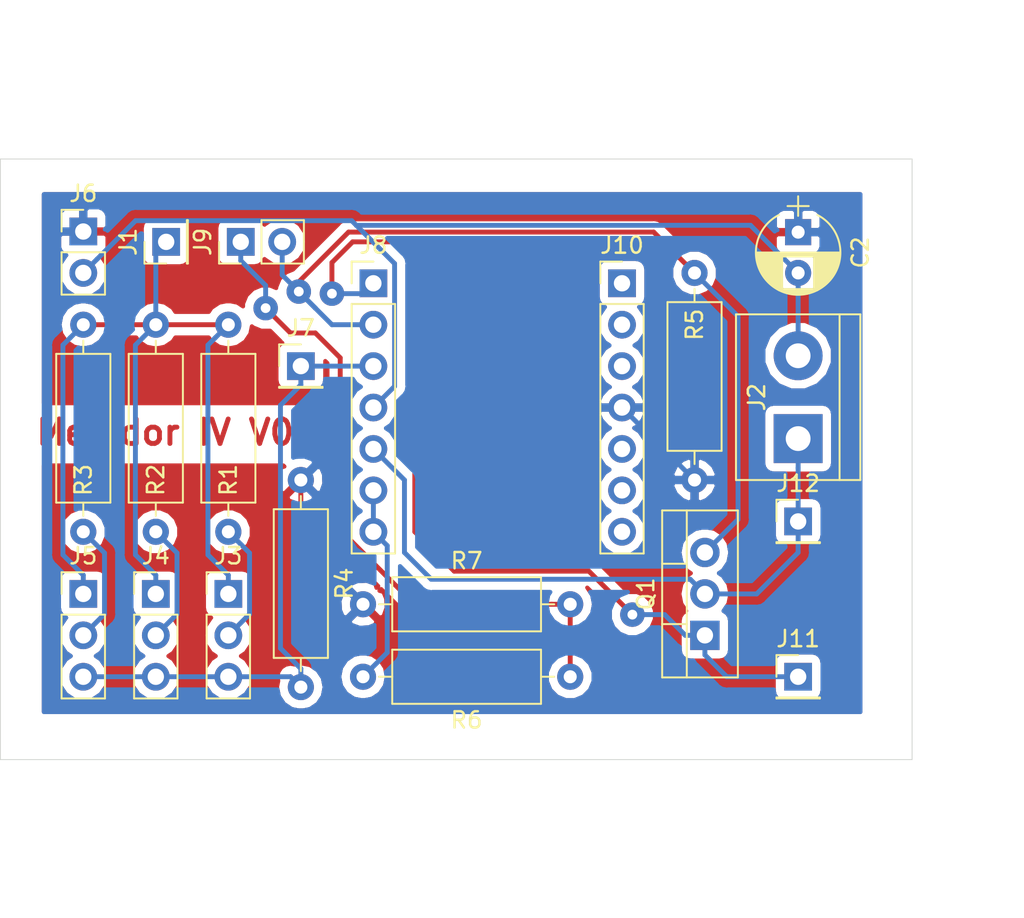
<source format=kicad_pcb>
(kicad_pcb (version 20171130) (host pcbnew 6.0.0-rc1-unknown-445a9fa~66~ubuntu16.04.1)

  (general
    (thickness 1.6)
    (drawings 5)
    (tracks 112)
    (zones 0)
    (modules 21)
    (nets 13)
  )

  (page A4)
  (layers
    (0 F.Cu signal)
    (31 B.Cu signal)
    (32 B.Adhes user)
    (33 F.Adhes user)
    (34 B.Paste user)
    (35 F.Paste user)
    (36 B.SilkS user)
    (37 F.SilkS user)
    (38 B.Mask user)
    (39 F.Mask user)
    (40 Dwgs.User user)
    (41 Cmts.User user)
    (42 Eco1.User user)
    (43 Eco2.User user)
    (44 Edge.Cuts user)
    (45 Margin user)
    (46 B.CrtYd user)
    (47 F.CrtYd user)
    (48 B.Fab user)
    (49 F.Fab user)
  )

  (setup
    (last_trace_width 0.3)
    (trace_clearance 0.3)
    (zone_clearance 0.508)
    (zone_45_only no)
    (trace_min 0.2)
    (via_size 1.5)
    (via_drill 0.6)
    (via_min_size 0.4)
    (via_min_drill 0.3)
    (uvia_size 0.3)
    (uvia_drill 0.1)
    (uvias_allowed no)
    (uvia_min_size 0.2)
    (uvia_min_drill 0.1)
    (edge_width 0.05)
    (segment_width 0.2)
    (pcb_text_width 0.3)
    (pcb_text_size 1.5 1.5)
    (mod_edge_width 0.12)
    (mod_text_size 1 1)
    (mod_text_width 0.15)
    (pad_size 1.524 1.524)
    (pad_drill 0.762)
    (pad_to_mask_clearance 0.051)
    (solder_mask_min_width 0.25)
    (aux_axis_origin 0 0)
    (visible_elements FFFFFF7F)
    (pcbplotparams
      (layerselection 0x010fc_ffffffff)
      (usegerberextensions false)
      (usegerberattributes false)
      (usegerberadvancedattributes false)
      (creategerberjobfile false)
      (excludeedgelayer true)
      (linewidth 0.100000)
      (plotframeref false)
      (viasonmask false)
      (mode 1)
      (useauxorigin false)
      (hpglpennumber 1)
      (hpglpenspeed 20)
      (hpglpendiameter 15.000000)
      (psnegative false)
      (psa4output false)
      (plotreference true)
      (plotvalue true)
      (plotinvisibletext false)
      (padsonsilk false)
      (subtractmaskfromsilk false)
      (outputformat 1)
      (mirror false)
      (drillshape 1)
      (scaleselection 1)
      (outputdirectory ""))
  )

  (net 0 "")
  (net 1 SollarCell+)
  (net 2 GND)
  (net 3 DAC1)
  (net 4 +2)
  (net 5 "Net-(J3-Pad2)")
  (net 6 +1)
  (net 7 "Net-(J4-Pad2)")
  (net 8 "Net-(J5-Pad2)")
  (net 9 -2)
  (net 10 -1)
  (net 11 Out1)
  (net 12 ADC1)

  (net_class Default "This is the default net class."
    (clearance 0.3)
    (trace_width 0.3)
    (via_dia 1.5)
    (via_drill 0.6)
    (uvia_dia 0.3)
    (uvia_drill 0.1)
    (add_net +1)
    (add_net +2)
    (add_net -1)
    (add_net -2)
    (add_net ADC1)
    (add_net DAC1)
    (add_net GND)
    (add_net "Net-(J3-Pad2)")
    (add_net "Net-(J4-Pad2)")
    (add_net "Net-(J5-Pad2)")
    (add_net Out1)
    (add_net SollarCell+)
  )

  (module Resistors_THT:R_Axial_DIN0309_L9.0mm_D3.2mm_P12.70mm_Horizontal (layer F.Cu) (tedit 5874F706) (tstamp 5BEDA366)
    (at 188.341 104.14 90)
    (descr "Resistor, Axial_DIN0309 series, Axial, Horizontal, pin pitch=12.7mm, 0.5W = 1/2W, length*diameter=9*3.2mm^2, http://cdn-reichelt.de/documents/datenblatt/B400/1_4W%23YAG.pdf")
    (tags "Resistor Axial_DIN0309 series Axial Horizontal pin pitch 12.7mm 0.5W = 1/2W length 9mm diameter 3.2mm")
    (path /5BFCF8A7)
    (fp_text reference R2 (at 3.175 0 90) (layer F.SilkS)
      (effects (font (size 1 1) (thickness 0.15)))
    )
    (fp_text value 99k (at 8.89 0 90) (layer F.Fab)
      (effects (font (size 1 1) (thickness 0.15)))
    )
    (fp_line (start 1.85 -1.6) (end 1.85 1.6) (layer F.Fab) (width 0.1))
    (fp_line (start 1.85 1.6) (end 10.85 1.6) (layer F.Fab) (width 0.1))
    (fp_line (start 10.85 1.6) (end 10.85 -1.6) (layer F.Fab) (width 0.1))
    (fp_line (start 10.85 -1.6) (end 1.85 -1.6) (layer F.Fab) (width 0.1))
    (fp_line (start 0 0) (end 1.85 0) (layer F.Fab) (width 0.1))
    (fp_line (start 12.7 0) (end 10.85 0) (layer F.Fab) (width 0.1))
    (fp_line (start 1.79 -1.66) (end 1.79 1.66) (layer F.SilkS) (width 0.12))
    (fp_line (start 1.79 1.66) (end 10.91 1.66) (layer F.SilkS) (width 0.12))
    (fp_line (start 10.91 1.66) (end 10.91 -1.66) (layer F.SilkS) (width 0.12))
    (fp_line (start 10.91 -1.66) (end 1.79 -1.66) (layer F.SilkS) (width 0.12))
    (fp_line (start 0.98 0) (end 1.79 0) (layer F.SilkS) (width 0.12))
    (fp_line (start 11.72 0) (end 10.91 0) (layer F.SilkS) (width 0.12))
    (fp_line (start -1.05 -1.95) (end -1.05 1.95) (layer F.CrtYd) (width 0.05))
    (fp_line (start -1.05 1.95) (end 13.75 1.95) (layer F.CrtYd) (width 0.05))
    (fp_line (start 13.75 1.95) (end 13.75 -1.95) (layer F.CrtYd) (width 0.05))
    (fp_line (start 13.75 -1.95) (end -1.05 -1.95) (layer F.CrtYd) (width 0.05))
    (pad 1 thru_hole circle (at 0 0 90) (size 1.6 1.6) (drill 0.8) (layers *.Cu *.Mask)
      (net 7 "Net-(J4-Pad2)"))
    (pad 2 thru_hole oval (at 12.7 0 90) (size 1.6 1.6) (drill 0.8) (layers *.Cu *.Mask)
      (net 3 DAC1))
    (model ${KISYS3DMOD}/Resistors_THT.3dshapes/R_Axial_DIN0309_L9.0mm_D3.2mm_P12.70mm_Horizontal.wrl
      (at (xyz 0 0 0))
      (scale (xyz 0.393701 0.393701 0.393701))
      (rotate (xyz 0 0 0))
    )
  )

  (module Capacitors_THT:CP_Radial_D5.0mm_P2.50mm (layer F.Cu) (tedit 597BC7C2) (tstamp 5BEDA210)
    (at 227.711 85.765 270)
    (descr "CP, Radial series, Radial, pin pitch=2.50mm, , diameter=5mm, Electrolytic Capacitor")
    (tags "CP Radial series Radial pin pitch 2.50mm  diameter 5mm Electrolytic Capacitor")
    (path /5BBC6841)
    (fp_text reference C2 (at 1.25 -3.81 270) (layer F.SilkS)
      (effects (font (size 1 1) (thickness 0.15)))
    )
    (fp_text value 100nF (at -5.755 0) (layer F.Fab)
      (effects (font (size 1 1) (thickness 0.15)))
    )
    (fp_text user %R (at 1.25 0.635 270) (layer F.Fab)
      (effects (font (size 1 1) (thickness 0.15)))
    )
    (fp_line (start 4.1 -2.85) (end -1.6 -2.85) (layer F.CrtYd) (width 0.05))
    (fp_line (start 4.1 2.85) (end 4.1 -2.85) (layer F.CrtYd) (width 0.05))
    (fp_line (start -1.6 2.85) (end 4.1 2.85) (layer F.CrtYd) (width 0.05))
    (fp_line (start -1.6 -2.85) (end -1.6 2.85) (layer F.CrtYd) (width 0.05))
    (fp_line (start -1.6 -0.65) (end -1.6 0.65) (layer F.SilkS) (width 0.12))
    (fp_line (start -2.2 0) (end -1 0) (layer F.SilkS) (width 0.12))
    (fp_line (start 3.811 -0.354) (end 3.811 0.354) (layer F.SilkS) (width 0.12))
    (fp_line (start 3.771 -0.559) (end 3.771 0.559) (layer F.SilkS) (width 0.12))
    (fp_line (start 3.731 -0.707) (end 3.731 0.707) (layer F.SilkS) (width 0.12))
    (fp_line (start 3.691 -0.829) (end 3.691 0.829) (layer F.SilkS) (width 0.12))
    (fp_line (start 3.651 -0.934) (end 3.651 0.934) (layer F.SilkS) (width 0.12))
    (fp_line (start 3.611 -1.028) (end 3.611 1.028) (layer F.SilkS) (width 0.12))
    (fp_line (start 3.571 -1.112) (end 3.571 1.112) (layer F.SilkS) (width 0.12))
    (fp_line (start 3.531 -1.189) (end 3.531 1.189) (layer F.SilkS) (width 0.12))
    (fp_line (start 3.491 -1.261) (end 3.491 1.261) (layer F.SilkS) (width 0.12))
    (fp_line (start 3.451 0.98) (end 3.451 1.327) (layer F.SilkS) (width 0.12))
    (fp_line (start 3.451 -1.327) (end 3.451 -0.98) (layer F.SilkS) (width 0.12))
    (fp_line (start 3.411 0.98) (end 3.411 1.39) (layer F.SilkS) (width 0.12))
    (fp_line (start 3.411 -1.39) (end 3.411 -0.98) (layer F.SilkS) (width 0.12))
    (fp_line (start 3.371 0.98) (end 3.371 1.448) (layer F.SilkS) (width 0.12))
    (fp_line (start 3.371 -1.448) (end 3.371 -0.98) (layer F.SilkS) (width 0.12))
    (fp_line (start 3.331 0.98) (end 3.331 1.504) (layer F.SilkS) (width 0.12))
    (fp_line (start 3.331 -1.504) (end 3.331 -0.98) (layer F.SilkS) (width 0.12))
    (fp_line (start 3.291 0.98) (end 3.291 1.556) (layer F.SilkS) (width 0.12))
    (fp_line (start 3.291 -1.556) (end 3.291 -0.98) (layer F.SilkS) (width 0.12))
    (fp_line (start 3.251 0.98) (end 3.251 1.606) (layer F.SilkS) (width 0.12))
    (fp_line (start 3.251 -1.606) (end 3.251 -0.98) (layer F.SilkS) (width 0.12))
    (fp_line (start 3.211 0.98) (end 3.211 1.654) (layer F.SilkS) (width 0.12))
    (fp_line (start 3.211 -1.654) (end 3.211 -0.98) (layer F.SilkS) (width 0.12))
    (fp_line (start 3.171 0.98) (end 3.171 1.699) (layer F.SilkS) (width 0.12))
    (fp_line (start 3.171 -1.699) (end 3.171 -0.98) (layer F.SilkS) (width 0.12))
    (fp_line (start 3.131 0.98) (end 3.131 1.742) (layer F.SilkS) (width 0.12))
    (fp_line (start 3.131 -1.742) (end 3.131 -0.98) (layer F.SilkS) (width 0.12))
    (fp_line (start 3.091 0.98) (end 3.091 1.783) (layer F.SilkS) (width 0.12))
    (fp_line (start 3.091 -1.783) (end 3.091 -0.98) (layer F.SilkS) (width 0.12))
    (fp_line (start 3.051 0.98) (end 3.051 1.823) (layer F.SilkS) (width 0.12))
    (fp_line (start 3.051 -1.823) (end 3.051 -0.98) (layer F.SilkS) (width 0.12))
    (fp_line (start 3.011 0.98) (end 3.011 1.861) (layer F.SilkS) (width 0.12))
    (fp_line (start 3.011 -1.861) (end 3.011 -0.98) (layer F.SilkS) (width 0.12))
    (fp_line (start 2.971 0.98) (end 2.971 1.897) (layer F.SilkS) (width 0.12))
    (fp_line (start 2.971 -1.897) (end 2.971 -0.98) (layer F.SilkS) (width 0.12))
    (fp_line (start 2.931 0.98) (end 2.931 1.932) (layer F.SilkS) (width 0.12))
    (fp_line (start 2.931 -1.932) (end 2.931 -0.98) (layer F.SilkS) (width 0.12))
    (fp_line (start 2.891 0.98) (end 2.891 1.965) (layer F.SilkS) (width 0.12))
    (fp_line (start 2.891 -1.965) (end 2.891 -0.98) (layer F.SilkS) (width 0.12))
    (fp_line (start 2.851 0.98) (end 2.851 1.997) (layer F.SilkS) (width 0.12))
    (fp_line (start 2.851 -1.997) (end 2.851 -0.98) (layer F.SilkS) (width 0.12))
    (fp_line (start 2.811 0.98) (end 2.811 2.028) (layer F.SilkS) (width 0.12))
    (fp_line (start 2.811 -2.028) (end 2.811 -0.98) (layer F.SilkS) (width 0.12))
    (fp_line (start 2.771 0.98) (end 2.771 2.058) (layer F.SilkS) (width 0.12))
    (fp_line (start 2.771 -2.058) (end 2.771 -0.98) (layer F.SilkS) (width 0.12))
    (fp_line (start 2.731 0.98) (end 2.731 2.086) (layer F.SilkS) (width 0.12))
    (fp_line (start 2.731 -2.086) (end 2.731 -0.98) (layer F.SilkS) (width 0.12))
    (fp_line (start 2.691 0.98) (end 2.691 2.113) (layer F.SilkS) (width 0.12))
    (fp_line (start 2.691 -2.113) (end 2.691 -0.98) (layer F.SilkS) (width 0.12))
    (fp_line (start 2.651 0.98) (end 2.651 2.14) (layer F.SilkS) (width 0.12))
    (fp_line (start 2.651 -2.14) (end 2.651 -0.98) (layer F.SilkS) (width 0.12))
    (fp_line (start 2.611 0.98) (end 2.611 2.165) (layer F.SilkS) (width 0.12))
    (fp_line (start 2.611 -2.165) (end 2.611 -0.98) (layer F.SilkS) (width 0.12))
    (fp_line (start 2.571 0.98) (end 2.571 2.189) (layer F.SilkS) (width 0.12))
    (fp_line (start 2.571 -2.189) (end 2.571 -0.98) (layer F.SilkS) (width 0.12))
    (fp_line (start 2.531 0.98) (end 2.531 2.212) (layer F.SilkS) (width 0.12))
    (fp_line (start 2.531 -2.212) (end 2.531 -0.98) (layer F.SilkS) (width 0.12))
    (fp_line (start 2.491 0.98) (end 2.491 2.234) (layer F.SilkS) (width 0.12))
    (fp_line (start 2.491 -2.234) (end 2.491 -0.98) (layer F.SilkS) (width 0.12))
    (fp_line (start 2.451 0.98) (end 2.451 2.256) (layer F.SilkS) (width 0.12))
    (fp_line (start 2.451 -2.256) (end 2.451 -0.98) (layer F.SilkS) (width 0.12))
    (fp_line (start 2.411 0.98) (end 2.411 2.276) (layer F.SilkS) (width 0.12))
    (fp_line (start 2.411 -2.276) (end 2.411 -0.98) (layer F.SilkS) (width 0.12))
    (fp_line (start 2.371 0.98) (end 2.371 2.296) (layer F.SilkS) (width 0.12))
    (fp_line (start 2.371 -2.296) (end 2.371 -0.98) (layer F.SilkS) (width 0.12))
    (fp_line (start 2.331 0.98) (end 2.331 2.315) (layer F.SilkS) (width 0.12))
    (fp_line (start 2.331 -2.315) (end 2.331 -0.98) (layer F.SilkS) (width 0.12))
    (fp_line (start 2.291 0.98) (end 2.291 2.333) (layer F.SilkS) (width 0.12))
    (fp_line (start 2.291 -2.333) (end 2.291 -0.98) (layer F.SilkS) (width 0.12))
    (fp_line (start 2.251 0.98) (end 2.251 2.35) (layer F.SilkS) (width 0.12))
    (fp_line (start 2.251 -2.35) (end 2.251 -0.98) (layer F.SilkS) (width 0.12))
    (fp_line (start 2.211 0.98) (end 2.211 2.366) (layer F.SilkS) (width 0.12))
    (fp_line (start 2.211 -2.366) (end 2.211 -0.98) (layer F.SilkS) (width 0.12))
    (fp_line (start 2.171 0.98) (end 2.171 2.382) (layer F.SilkS) (width 0.12))
    (fp_line (start 2.171 -2.382) (end 2.171 -0.98) (layer F.SilkS) (width 0.12))
    (fp_line (start 2.131 0.98) (end 2.131 2.396) (layer F.SilkS) (width 0.12))
    (fp_line (start 2.131 -2.396) (end 2.131 -0.98) (layer F.SilkS) (width 0.12))
    (fp_line (start 2.091 0.98) (end 2.091 2.41) (layer F.SilkS) (width 0.12))
    (fp_line (start 2.091 -2.41) (end 2.091 -0.98) (layer F.SilkS) (width 0.12))
    (fp_line (start 2.051 0.98) (end 2.051 2.424) (layer F.SilkS) (width 0.12))
    (fp_line (start 2.051 -2.424) (end 2.051 -0.98) (layer F.SilkS) (width 0.12))
    (fp_line (start 2.011 0.98) (end 2.011 2.436) (layer F.SilkS) (width 0.12))
    (fp_line (start 2.011 -2.436) (end 2.011 -0.98) (layer F.SilkS) (width 0.12))
    (fp_line (start 1.971 0.98) (end 1.971 2.448) (layer F.SilkS) (width 0.12))
    (fp_line (start 1.971 -2.448) (end 1.971 -0.98) (layer F.SilkS) (width 0.12))
    (fp_line (start 1.93 0.98) (end 1.93 2.46) (layer F.SilkS) (width 0.12))
    (fp_line (start 1.93 -2.46) (end 1.93 -0.98) (layer F.SilkS) (width 0.12))
    (fp_line (start 1.89 0.98) (end 1.89 2.47) (layer F.SilkS) (width 0.12))
    (fp_line (start 1.89 -2.47) (end 1.89 -0.98) (layer F.SilkS) (width 0.12))
    (fp_line (start 1.85 0.98) (end 1.85 2.48) (layer F.SilkS) (width 0.12))
    (fp_line (start 1.85 -2.48) (end 1.85 -0.98) (layer F.SilkS) (width 0.12))
    (fp_line (start 1.81 0.98) (end 1.81 2.489) (layer F.SilkS) (width 0.12))
    (fp_line (start 1.81 -2.489) (end 1.81 -0.98) (layer F.SilkS) (width 0.12))
    (fp_line (start 1.77 0.98) (end 1.77 2.498) (layer F.SilkS) (width 0.12))
    (fp_line (start 1.77 -2.498) (end 1.77 -0.98) (layer F.SilkS) (width 0.12))
    (fp_line (start 1.73 0.98) (end 1.73 2.506) (layer F.SilkS) (width 0.12))
    (fp_line (start 1.73 -2.506) (end 1.73 -0.98) (layer F.SilkS) (width 0.12))
    (fp_line (start 1.69 0.98) (end 1.69 2.513) (layer F.SilkS) (width 0.12))
    (fp_line (start 1.69 -2.513) (end 1.69 -0.98) (layer F.SilkS) (width 0.12))
    (fp_line (start 1.65 0.98) (end 1.65 2.519) (layer F.SilkS) (width 0.12))
    (fp_line (start 1.65 -2.519) (end 1.65 -0.98) (layer F.SilkS) (width 0.12))
    (fp_line (start 1.61 0.98) (end 1.61 2.525) (layer F.SilkS) (width 0.12))
    (fp_line (start 1.61 -2.525) (end 1.61 -0.98) (layer F.SilkS) (width 0.12))
    (fp_line (start 1.57 0.98) (end 1.57 2.531) (layer F.SilkS) (width 0.12))
    (fp_line (start 1.57 -2.531) (end 1.57 -0.98) (layer F.SilkS) (width 0.12))
    (fp_line (start 1.53 0.98) (end 1.53 2.535) (layer F.SilkS) (width 0.12))
    (fp_line (start 1.53 -2.535) (end 1.53 -0.98) (layer F.SilkS) (width 0.12))
    (fp_line (start 1.49 -2.539) (end 1.49 2.539) (layer F.SilkS) (width 0.12))
    (fp_line (start 1.45 -2.543) (end 1.45 2.543) (layer F.SilkS) (width 0.12))
    (fp_line (start 1.41 -2.546) (end 1.41 2.546) (layer F.SilkS) (width 0.12))
    (fp_line (start 1.37 -2.548) (end 1.37 2.548) (layer F.SilkS) (width 0.12))
    (fp_line (start 1.33 -2.549) (end 1.33 2.549) (layer F.SilkS) (width 0.12))
    (fp_line (start 1.29 -2.55) (end 1.29 2.55) (layer F.SilkS) (width 0.12))
    (fp_line (start 1.25 -2.55) (end 1.25 2.55) (layer F.SilkS) (width 0.12))
    (fp_line (start -1.6 -0.65) (end -1.6 0.65) (layer F.Fab) (width 0.1))
    (fp_line (start -2.2 0) (end -1 0) (layer F.Fab) (width 0.1))
    (fp_circle (center 1.25 0) (end 3.75 0) (layer F.Fab) (width 0.1))
    (fp_arc (start 1.25 0) (end 3.55558 -1.18) (angle 54.2) (layer F.SilkS) (width 0.12))
    (fp_arc (start 1.25 0) (end -1.05558 1.18) (angle -125.8) (layer F.SilkS) (width 0.12))
    (fp_arc (start 1.25 0) (end -1.05558 -1.18) (angle 125.8) (layer F.SilkS) (width 0.12))
    (pad 2 thru_hole circle (at 2.5 0 270) (size 1.6 1.6) (drill 0.8) (layers *.Cu *.Mask)
      (net 1 SollarCell+))
    (pad 1 thru_hole rect (at 0 0 270) (size 1.6 1.6) (drill 0.8) (layers *.Cu *.Mask)
      (net 2 GND))
    (model ${KISYS3DMOD}/Capacitors_THT.3dshapes/CP_Radial_D5.0mm_P2.50mm.wrl
      (at (xyz 0 0 0))
      (scale (xyz 1 1 1))
      (rotate (xyz 0 0 0))
    )
  )

  (module Pin_Headers:Pin_Header_Straight_1x01_Pitch2.54mm (layer F.Cu) (tedit 59650532) (tstamp 5BEDA225)
    (at 188.976 86.36 90)
    (descr "Through hole straight pin header, 1x01, 2.54mm pitch, single row")
    (tags "Through hole pin header THT 1x01 2.54mm single row")
    (path /5C0D42EC)
    (fp_text reference J1 (at 0 -2.33 90) (layer F.SilkS)
      (effects (font (size 1 1) (thickness 0.15)))
    )
    (fp_text value Conn_01x01 (at 10.16 0 90) (layer F.Fab)
      (effects (font (size 1 1) (thickness 0.15)))
    )
    (fp_text user %R (at 0 0 180) (layer F.Fab)
      (effects (font (size 1 1) (thickness 0.15)))
    )
    (fp_line (start 1.8 -1.8) (end -1.8 -1.8) (layer F.CrtYd) (width 0.05))
    (fp_line (start 1.8 1.8) (end 1.8 -1.8) (layer F.CrtYd) (width 0.05))
    (fp_line (start -1.8 1.8) (end 1.8 1.8) (layer F.CrtYd) (width 0.05))
    (fp_line (start -1.8 -1.8) (end -1.8 1.8) (layer F.CrtYd) (width 0.05))
    (fp_line (start -1.33 -1.33) (end 0 -1.33) (layer F.SilkS) (width 0.12))
    (fp_line (start -1.33 0) (end -1.33 -1.33) (layer F.SilkS) (width 0.12))
    (fp_line (start -1.33 1.27) (end 1.33 1.27) (layer F.SilkS) (width 0.12))
    (fp_line (start 1.33 1.27) (end 1.33 1.33) (layer F.SilkS) (width 0.12))
    (fp_line (start -1.33 1.27) (end -1.33 1.33) (layer F.SilkS) (width 0.12))
    (fp_line (start -1.33 1.33) (end 1.33 1.33) (layer F.SilkS) (width 0.12))
    (fp_line (start -1.27 -0.635) (end -0.635 -1.27) (layer F.Fab) (width 0.1))
    (fp_line (start -1.27 1.27) (end -1.27 -0.635) (layer F.Fab) (width 0.1))
    (fp_line (start 1.27 1.27) (end -1.27 1.27) (layer F.Fab) (width 0.1))
    (fp_line (start 1.27 -1.27) (end 1.27 1.27) (layer F.Fab) (width 0.1))
    (fp_line (start -0.635 -1.27) (end 1.27 -1.27) (layer F.Fab) (width 0.1))
    (pad 1 thru_hole rect (at 0 0 90) (size 1.7 1.7) (drill 1) (layers *.Cu *.Mask)
      (net 3 DAC1))
    (model ${KISYS3DMOD}/Pin_Headers.3dshapes/Pin_Header_Straight_1x01_Pitch2.54mm.wrl
      (at (xyz 0 0 0))
      (scale (xyz 1 1 1))
      (rotate (xyz 0 0 0))
    )
  )

  (module TerminalBlock:TerminalBlock_bornier-2_P5.08mm (layer F.Cu) (tedit 59FF03AB) (tstamp 5BEDA23A)
    (at 227.711 98.425 90)
    (descr "simple 2-pin terminal block, pitch 5.08mm, revamped version of bornier2")
    (tags "terminal block bornier2")
    (path /5BB62779)
    (fp_text reference J2 (at 2.54 -2.54 90) (layer F.SilkS)
      (effects (font (size 1 1) (thickness 0.15)))
    )
    (fp_text value "Sollar Cell" (at 2.54 8.255 90) (layer F.Fab)
      (effects (font (size 1 1) (thickness 0.15)))
    )
    (fp_line (start 7.79 4) (end -2.71 4) (layer F.CrtYd) (width 0.05))
    (fp_line (start 7.79 4) (end 7.79 -4) (layer F.CrtYd) (width 0.05))
    (fp_line (start -2.71 -4) (end -2.71 4) (layer F.CrtYd) (width 0.05))
    (fp_line (start -2.71 -4) (end 7.79 -4) (layer F.CrtYd) (width 0.05))
    (fp_line (start -2.54 3.81) (end 7.62 3.81) (layer F.SilkS) (width 0.12))
    (fp_line (start -2.54 -3.81) (end -2.54 3.81) (layer F.SilkS) (width 0.12))
    (fp_line (start 7.62 -3.81) (end -2.54 -3.81) (layer F.SilkS) (width 0.12))
    (fp_line (start 7.62 3.81) (end 7.62 -3.81) (layer F.SilkS) (width 0.12))
    (fp_line (start 7.62 2.54) (end -2.54 2.54) (layer F.SilkS) (width 0.12))
    (fp_line (start 7.54 -3.75) (end -2.46 -3.75) (layer F.Fab) (width 0.1))
    (fp_line (start 7.54 3.75) (end 7.54 -3.75) (layer F.Fab) (width 0.1))
    (fp_line (start -2.46 3.75) (end 7.54 3.75) (layer F.Fab) (width 0.1))
    (fp_line (start -2.46 -3.75) (end -2.46 3.75) (layer F.Fab) (width 0.1))
    (fp_line (start -2.41 2.55) (end 7.49 2.55) (layer F.Fab) (width 0.1))
    (fp_text user %R (at 2.54 0 90) (layer F.Fab)
      (effects (font (size 1 1) (thickness 0.15)))
    )
    (pad 2 thru_hole circle (at 5.08 0 90) (size 3 3) (drill 1.52) (layers *.Cu *.Mask)
      (net 1 SollarCell+))
    (pad 1 thru_hole rect (at 0 0 90) (size 3 3) (drill 1.52) (layers *.Cu *.Mask)
      (net 4 +2))
    (model ${KISYS3DMOD}/Terminal_Blocks.3dshapes/TerminalBlock_bornier-2_P5.08mm.wrl
      (offset (xyz 2.539999961853027 0 0))
      (scale (xyz 1 1 1))
      (rotate (xyz 0 0 0))
    )
  )

  (module Pin_Headers:Pin_Header_Straight_1x03_Pitch2.54mm (layer F.Cu) (tedit 59650532) (tstamp 5BEDA251)
    (at 192.786 107.95)
    (descr "Through hole straight pin header, 1x03, 2.54mm pitch, single row")
    (tags "Through hole pin header THT 1x03 2.54mm single row")
    (path /5C00E8E4)
    (fp_text reference J3 (at 0 -2.33) (layer F.SilkS)
      (effects (font (size 1 1) (thickness 0.15)))
    )
    (fp_text value Conn_01x03 (at 0 15.24 90) (layer F.Fab)
      (effects (font (size 1 1) (thickness 0.15)))
    )
    (fp_line (start -0.635 -1.27) (end 1.27 -1.27) (layer F.Fab) (width 0.1))
    (fp_line (start 1.27 -1.27) (end 1.27 6.35) (layer F.Fab) (width 0.1))
    (fp_line (start 1.27 6.35) (end -1.27 6.35) (layer F.Fab) (width 0.1))
    (fp_line (start -1.27 6.35) (end -1.27 -0.635) (layer F.Fab) (width 0.1))
    (fp_line (start -1.27 -0.635) (end -0.635 -1.27) (layer F.Fab) (width 0.1))
    (fp_line (start -1.33 6.41) (end 1.33 6.41) (layer F.SilkS) (width 0.12))
    (fp_line (start -1.33 1.27) (end -1.33 6.41) (layer F.SilkS) (width 0.12))
    (fp_line (start 1.33 1.27) (end 1.33 6.41) (layer F.SilkS) (width 0.12))
    (fp_line (start -1.33 1.27) (end 1.33 1.27) (layer F.SilkS) (width 0.12))
    (fp_line (start -1.33 0) (end -1.33 -1.33) (layer F.SilkS) (width 0.12))
    (fp_line (start -1.33 -1.33) (end 0 -1.33) (layer F.SilkS) (width 0.12))
    (fp_line (start -1.8 -1.8) (end -1.8 6.85) (layer F.CrtYd) (width 0.05))
    (fp_line (start -1.8 6.85) (end 1.8 6.85) (layer F.CrtYd) (width 0.05))
    (fp_line (start 1.8 6.85) (end 1.8 -1.8) (layer F.CrtYd) (width 0.05))
    (fp_line (start 1.8 -1.8) (end -1.8 -1.8) (layer F.CrtYd) (width 0.05))
    (fp_text user %R (at 0 2.54 90) (layer F.Fab)
      (effects (font (size 1 1) (thickness 0.15)))
    )
    (pad 1 thru_hole rect (at 0 0) (size 1.7 1.7) (drill 1) (layers *.Cu *.Mask)
      (net 3 DAC1))
    (pad 2 thru_hole oval (at 0 2.54) (size 1.7 1.7) (drill 1) (layers *.Cu *.Mask)
      (net 5 "Net-(J3-Pad2)"))
    (pad 3 thru_hole oval (at 0 5.08) (size 1.7 1.7) (drill 1) (layers *.Cu *.Mask)
      (net 6 +1))
    (model ${KISYS3DMOD}/Pin_Headers.3dshapes/Pin_Header_Straight_1x03_Pitch2.54mm.wrl
      (at (xyz 0 0 0))
      (scale (xyz 1 1 1))
      (rotate (xyz 0 0 0))
    )
  )

  (module Pin_Headers:Pin_Header_Straight_1x03_Pitch2.54mm (layer F.Cu) (tedit 59650532) (tstamp 5BEDA268)
    (at 188.341 107.95)
    (descr "Through hole straight pin header, 1x03, 2.54mm pitch, single row")
    (tags "Through hole pin header THT 1x03 2.54mm single row")
    (path /5BFCF8B3)
    (fp_text reference J4 (at 0 -2.33) (layer F.SilkS)
      (effects (font (size 1 1) (thickness 0.15)))
    )
    (fp_text value Conn_01x03 (at 0 15.24 90) (layer F.Fab)
      (effects (font (size 1 1) (thickness 0.15)))
    )
    (fp_text user %R (at 0 2.54 90) (layer F.Fab)
      (effects (font (size 1 1) (thickness 0.15)))
    )
    (fp_line (start 1.8 -1.8) (end -1.8 -1.8) (layer F.CrtYd) (width 0.05))
    (fp_line (start 1.8 6.85) (end 1.8 -1.8) (layer F.CrtYd) (width 0.05))
    (fp_line (start -1.8 6.85) (end 1.8 6.85) (layer F.CrtYd) (width 0.05))
    (fp_line (start -1.8 -1.8) (end -1.8 6.85) (layer F.CrtYd) (width 0.05))
    (fp_line (start -1.33 -1.33) (end 0 -1.33) (layer F.SilkS) (width 0.12))
    (fp_line (start -1.33 0) (end -1.33 -1.33) (layer F.SilkS) (width 0.12))
    (fp_line (start -1.33 1.27) (end 1.33 1.27) (layer F.SilkS) (width 0.12))
    (fp_line (start 1.33 1.27) (end 1.33 6.41) (layer F.SilkS) (width 0.12))
    (fp_line (start -1.33 1.27) (end -1.33 6.41) (layer F.SilkS) (width 0.12))
    (fp_line (start -1.33 6.41) (end 1.33 6.41) (layer F.SilkS) (width 0.12))
    (fp_line (start -1.27 -0.635) (end -0.635 -1.27) (layer F.Fab) (width 0.1))
    (fp_line (start -1.27 6.35) (end -1.27 -0.635) (layer F.Fab) (width 0.1))
    (fp_line (start 1.27 6.35) (end -1.27 6.35) (layer F.Fab) (width 0.1))
    (fp_line (start 1.27 -1.27) (end 1.27 6.35) (layer F.Fab) (width 0.1))
    (fp_line (start -0.635 -1.27) (end 1.27 -1.27) (layer F.Fab) (width 0.1))
    (pad 3 thru_hole oval (at 0 5.08) (size 1.7 1.7) (drill 1) (layers *.Cu *.Mask)
      (net 6 +1))
    (pad 2 thru_hole oval (at 0 2.54) (size 1.7 1.7) (drill 1) (layers *.Cu *.Mask)
      (net 7 "Net-(J4-Pad2)"))
    (pad 1 thru_hole rect (at 0 0) (size 1.7 1.7) (drill 1) (layers *.Cu *.Mask)
      (net 3 DAC1))
    (model ${KISYS3DMOD}/Pin_Headers.3dshapes/Pin_Header_Straight_1x03_Pitch2.54mm.wrl
      (at (xyz 0 0 0))
      (scale (xyz 1 1 1))
      (rotate (xyz 0 0 0))
    )
  )

  (module Pin_Headers:Pin_Header_Straight_1x03_Pitch2.54mm (layer F.Cu) (tedit 59650532) (tstamp 5BEDA27F)
    (at 183.896 107.95)
    (descr "Through hole straight pin header, 1x03, 2.54mm pitch, single row")
    (tags "Through hole pin header THT 1x03 2.54mm single row")
    (path /5BF5F123)
    (fp_text reference J5 (at 0 -2.33) (layer F.SilkS)
      (effects (font (size 1 1) (thickness 0.15)))
    )
    (fp_text value Conn_01x03 (at 0 15.24 90) (layer F.Fab)
      (effects (font (size 1 1) (thickness 0.15)))
    )
    (fp_text user %R (at 0 2.54 90) (layer F.Fab)
      (effects (font (size 1 1) (thickness 0.15)))
    )
    (fp_line (start 1.8 -1.8) (end -1.8 -1.8) (layer F.CrtYd) (width 0.05))
    (fp_line (start 1.8 6.85) (end 1.8 -1.8) (layer F.CrtYd) (width 0.05))
    (fp_line (start -1.8 6.85) (end 1.8 6.85) (layer F.CrtYd) (width 0.05))
    (fp_line (start -1.8 -1.8) (end -1.8 6.85) (layer F.CrtYd) (width 0.05))
    (fp_line (start -1.33 -1.33) (end 0 -1.33) (layer F.SilkS) (width 0.12))
    (fp_line (start -1.33 0) (end -1.33 -1.33) (layer F.SilkS) (width 0.12))
    (fp_line (start -1.33 1.27) (end 1.33 1.27) (layer F.SilkS) (width 0.12))
    (fp_line (start 1.33 1.27) (end 1.33 6.41) (layer F.SilkS) (width 0.12))
    (fp_line (start -1.33 1.27) (end -1.33 6.41) (layer F.SilkS) (width 0.12))
    (fp_line (start -1.33 6.41) (end 1.33 6.41) (layer F.SilkS) (width 0.12))
    (fp_line (start -1.27 -0.635) (end -0.635 -1.27) (layer F.Fab) (width 0.1))
    (fp_line (start -1.27 6.35) (end -1.27 -0.635) (layer F.Fab) (width 0.1))
    (fp_line (start 1.27 6.35) (end -1.27 6.35) (layer F.Fab) (width 0.1))
    (fp_line (start 1.27 -1.27) (end 1.27 6.35) (layer F.Fab) (width 0.1))
    (fp_line (start -0.635 -1.27) (end 1.27 -1.27) (layer F.Fab) (width 0.1))
    (pad 3 thru_hole oval (at 0 5.08) (size 1.7 1.7) (drill 1) (layers *.Cu *.Mask)
      (net 6 +1))
    (pad 2 thru_hole oval (at 0 2.54) (size 1.7 1.7) (drill 1) (layers *.Cu *.Mask)
      (net 8 "Net-(J5-Pad2)"))
    (pad 1 thru_hole rect (at 0 0) (size 1.7 1.7) (drill 1) (layers *.Cu *.Mask)
      (net 3 DAC1))
    (model ${KISYS3DMOD}/Pin_Headers.3dshapes/Pin_Header_Straight_1x03_Pitch2.54mm.wrl
      (at (xyz 0 0 0))
      (scale (xyz 1 1 1))
      (rotate (xyz 0 0 0))
    )
  )

  (module Pin_Headers:Pin_Header_Straight_1x02_Pitch2.54mm (layer F.Cu) (tedit 59650532) (tstamp 5BEDA295)
    (at 183.896 85.725)
    (descr "Through hole straight pin header, 1x02, 2.54mm pitch, single row")
    (tags "Through hole pin header THT 1x02 2.54mm single row")
    (path /5C0CDAF5)
    (fp_text reference J6 (at 0 -2.33) (layer F.SilkS)
      (effects (font (size 1 1) (thickness 0.15)))
    )
    (fp_text value Conn_01x02 (at 0 -9.525 90) (layer F.Fab)
      (effects (font (size 1 1) (thickness 0.15)))
    )
    (fp_line (start -0.635 -1.27) (end 1.27 -1.27) (layer F.Fab) (width 0.1))
    (fp_line (start 1.27 -1.27) (end 1.27 3.81) (layer F.Fab) (width 0.1))
    (fp_line (start 1.27 3.81) (end -1.27 3.81) (layer F.Fab) (width 0.1))
    (fp_line (start -1.27 3.81) (end -1.27 -0.635) (layer F.Fab) (width 0.1))
    (fp_line (start -1.27 -0.635) (end -0.635 -1.27) (layer F.Fab) (width 0.1))
    (fp_line (start -1.33 3.87) (end 1.33 3.87) (layer F.SilkS) (width 0.12))
    (fp_line (start -1.33 1.27) (end -1.33 3.87) (layer F.SilkS) (width 0.12))
    (fp_line (start 1.33 1.27) (end 1.33 3.87) (layer F.SilkS) (width 0.12))
    (fp_line (start -1.33 1.27) (end 1.33 1.27) (layer F.SilkS) (width 0.12))
    (fp_line (start -1.33 0) (end -1.33 -1.33) (layer F.SilkS) (width 0.12))
    (fp_line (start -1.33 -1.33) (end 0 -1.33) (layer F.SilkS) (width 0.12))
    (fp_line (start -1.8 -1.8) (end -1.8 4.35) (layer F.CrtYd) (width 0.05))
    (fp_line (start -1.8 4.35) (end 1.8 4.35) (layer F.CrtYd) (width 0.05))
    (fp_line (start 1.8 4.35) (end 1.8 -1.8) (layer F.CrtYd) (width 0.05))
    (fp_line (start 1.8 -1.8) (end -1.8 -1.8) (layer F.CrtYd) (width 0.05))
    (fp_text user %R (at -1.27 0.635 90) (layer F.Fab)
      (effects (font (size 1 1) (thickness 0.15)))
    )
    (pad 1 thru_hole rect (at 0 0) (size 1.7 1.7) (drill 1) (layers *.Cu *.Mask)
      (net 2 GND))
    (pad 2 thru_hole oval (at 0 2.54) (size 1.7 1.7) (drill 1) (layers *.Cu *.Mask)
      (net 1 SollarCell+))
    (model ${KISYS3DMOD}/Pin_Headers.3dshapes/Pin_Header_Straight_1x02_Pitch2.54mm.wrl
      (at (xyz 0 0 0))
      (scale (xyz 1 1 1))
      (rotate (xyz 0 0 0))
    )
  )

  (module Pin_Headers:Pin_Header_Straight_1x01_Pitch2.54mm (layer F.Cu) (tedit 59650532) (tstamp 5BEDBD7D)
    (at 197.231 93.98)
    (descr "Through hole straight pin header, 1x01, 2.54mm pitch, single row")
    (tags "Through hole pin header THT 1x01 2.54mm single row")
    (path /5C0D6808)
    (fp_text reference J7 (at 0 -2.33) (layer F.SilkS)
      (effects (font (size 1 1) (thickness 0.15)))
    )
    (fp_text value Vref (at 0 2.33) (layer F.Fab)
      (effects (font (size 1 1) (thickness 0.15)))
    )
    (fp_line (start -0.635 -1.27) (end 1.27 -1.27) (layer F.Fab) (width 0.1))
    (fp_line (start 1.27 -1.27) (end 1.27 1.27) (layer F.Fab) (width 0.1))
    (fp_line (start 1.27 1.27) (end -1.27 1.27) (layer F.Fab) (width 0.1))
    (fp_line (start -1.27 1.27) (end -1.27 -0.635) (layer F.Fab) (width 0.1))
    (fp_line (start -1.27 -0.635) (end -0.635 -1.27) (layer F.Fab) (width 0.1))
    (fp_line (start -1.33 1.33) (end 1.33 1.33) (layer F.SilkS) (width 0.12))
    (fp_line (start -1.33 1.27) (end -1.33 1.33) (layer F.SilkS) (width 0.12))
    (fp_line (start 1.33 1.27) (end 1.33 1.33) (layer F.SilkS) (width 0.12))
    (fp_line (start -1.33 1.27) (end 1.33 1.27) (layer F.SilkS) (width 0.12))
    (fp_line (start -1.33 0) (end -1.33 -1.33) (layer F.SilkS) (width 0.12))
    (fp_line (start -1.33 -1.33) (end 0 -1.33) (layer F.SilkS) (width 0.12))
    (fp_line (start -1.8 -1.8) (end -1.8 1.8) (layer F.CrtYd) (width 0.05))
    (fp_line (start -1.8 1.8) (end 1.8 1.8) (layer F.CrtYd) (width 0.05))
    (fp_line (start 1.8 1.8) (end 1.8 -1.8) (layer F.CrtYd) (width 0.05))
    (fp_line (start 1.8 -1.8) (end -1.8 -1.8) (layer F.CrtYd) (width 0.05))
    (fp_text user %R (at 0 0 90) (layer F.Fab)
      (effects (font (size 1 1) (thickness 0.15)))
    )
    (pad 1 thru_hole rect (at 0 0) (size 1.7 1.7) (drill 1) (layers *.Cu *.Mask)
      (net 6 +1))
    (model ${KISYS3DMOD}/Pin_Headers.3dshapes/Pin_Header_Straight_1x01_Pitch2.54mm.wrl
      (at (xyz 0 0 0))
      (scale (xyz 1 1 1))
      (rotate (xyz 0 0 0))
    )
  )

  (module Pin_Headers:Pin_Header_Straight_1x07_Pitch2.54mm (layer F.Cu) (tedit 59650532) (tstamp 5BEDA2C5)
    (at 201.676 88.9)
    (descr "Through hole straight pin header, 1x07, 2.54mm pitch, single row")
    (tags "Through hole pin header THT 1x07 2.54mm single row")
    (path /5BB51790)
    (fp_text reference J8 (at 0 -2.33) (layer F.SilkS)
      (effects (font (size 1 1) (thickness 0.15)))
    )
    (fp_text value Conn_01x07 (at 2.54 8.255 90) (layer F.Fab)
      (effects (font (size 1 1) (thickness 0.15)))
    )
    (fp_text user %R (at 0 7.62 90) (layer F.Fab)
      (effects (font (size 1 1) (thickness 0.15)))
    )
    (fp_line (start 1.8 -1.8) (end -1.8 -1.8) (layer F.CrtYd) (width 0.05))
    (fp_line (start 1.8 17.05) (end 1.8 -1.8) (layer F.CrtYd) (width 0.05))
    (fp_line (start -1.8 17.05) (end 1.8 17.05) (layer F.CrtYd) (width 0.05))
    (fp_line (start -1.8 -1.8) (end -1.8 17.05) (layer F.CrtYd) (width 0.05))
    (fp_line (start -1.33 -1.33) (end 0 -1.33) (layer F.SilkS) (width 0.12))
    (fp_line (start -1.33 0) (end -1.33 -1.33) (layer F.SilkS) (width 0.12))
    (fp_line (start -1.33 1.27) (end 1.33 1.27) (layer F.SilkS) (width 0.12))
    (fp_line (start 1.33 1.27) (end 1.33 16.57) (layer F.SilkS) (width 0.12))
    (fp_line (start -1.33 1.27) (end -1.33 16.57) (layer F.SilkS) (width 0.12))
    (fp_line (start -1.33 16.57) (end 1.33 16.57) (layer F.SilkS) (width 0.12))
    (fp_line (start -1.27 -0.635) (end -0.635 -1.27) (layer F.Fab) (width 0.1))
    (fp_line (start -1.27 16.51) (end -1.27 -0.635) (layer F.Fab) (width 0.1))
    (fp_line (start 1.27 16.51) (end -1.27 16.51) (layer F.Fab) (width 0.1))
    (fp_line (start 1.27 -1.27) (end 1.27 16.51) (layer F.Fab) (width 0.1))
    (fp_line (start -0.635 -1.27) (end 1.27 -1.27) (layer F.Fab) (width 0.1))
    (pad 7 thru_hole oval (at 0 15.24) (size 1.7 1.7) (drill 1) (layers *.Cu *.Mask)
      (net 9 -2))
    (pad 6 thru_hole oval (at 0 12.7) (size 1.7 1.7) (drill 1) (layers *.Cu *.Mask)
      (net 9 -2))
    (pad 5 thru_hole oval (at 0 10.16) (size 1.7 1.7) (drill 1) (layers *.Cu *.Mask)
      (net 4 +2))
    (pad 4 thru_hole oval (at 0 7.62) (size 1.7 1.7) (drill 1) (layers *.Cu *.Mask)
      (net 1 SollarCell+))
    (pad 3 thru_hole oval (at 0 5.08) (size 1.7 1.7) (drill 1) (layers *.Cu *.Mask)
      (net 6 +1))
    (pad 2 thru_hole oval (at 0 2.54) (size 1.7 1.7) (drill 1) (layers *.Cu *.Mask)
      (net 10 -1))
    (pad 1 thru_hole rect (at 0 0) (size 1.7 1.7) (drill 1) (layers *.Cu *.Mask)
      (net 11 Out1))
    (model ${KISYS3DMOD}/Pin_Headers.3dshapes/Pin_Header_Straight_1x07_Pitch2.54mm.wrl
      (at (xyz 0 0 0))
      (scale (xyz 1 1 1))
      (rotate (xyz 0 0 0))
    )
  )

  (module Pin_Headers:Pin_Header_Straight_1x02_Pitch2.54mm (layer F.Cu) (tedit 59650532) (tstamp 5BEDC00A)
    (at 193.548 86.36 90)
    (descr "Through hole straight pin header, 1x02, 2.54mm pitch, single row")
    (tags "Through hole pin header THT 1x02 2.54mm single row")
    (path /5BCB4F64)
    (fp_text reference J9 (at 0 -2.33 90) (layer F.SilkS)
      (effects (font (size 1 1) (thickness 0.15)))
    )
    (fp_text value ADC (at -6.35 1.27 180) (layer F.Fab)
      (effects (font (size 1 1) (thickness 0.15)))
    )
    (fp_text user %R (at 0 1.27 180) (layer F.Fab)
      (effects (font (size 1 1) (thickness 0.15)))
    )
    (fp_line (start 1.8 -1.8) (end -1.8 -1.8) (layer F.CrtYd) (width 0.05))
    (fp_line (start 1.8 4.35) (end 1.8 -1.8) (layer F.CrtYd) (width 0.05))
    (fp_line (start -1.8 4.35) (end 1.8 4.35) (layer F.CrtYd) (width 0.05))
    (fp_line (start -1.8 -1.8) (end -1.8 4.35) (layer F.CrtYd) (width 0.05))
    (fp_line (start -1.33 -1.33) (end 0 -1.33) (layer F.SilkS) (width 0.12))
    (fp_line (start -1.33 0) (end -1.33 -1.33) (layer F.SilkS) (width 0.12))
    (fp_line (start -1.33 1.27) (end 1.33 1.27) (layer F.SilkS) (width 0.12))
    (fp_line (start 1.33 1.27) (end 1.33 3.87) (layer F.SilkS) (width 0.12))
    (fp_line (start -1.33 1.27) (end -1.33 3.87) (layer F.SilkS) (width 0.12))
    (fp_line (start -1.33 3.87) (end 1.33 3.87) (layer F.SilkS) (width 0.12))
    (fp_line (start -1.27 -0.635) (end -0.635 -1.27) (layer F.Fab) (width 0.1))
    (fp_line (start -1.27 3.81) (end -1.27 -0.635) (layer F.Fab) (width 0.1))
    (fp_line (start 1.27 3.81) (end -1.27 3.81) (layer F.Fab) (width 0.1))
    (fp_line (start 1.27 -1.27) (end 1.27 3.81) (layer F.Fab) (width 0.1))
    (fp_line (start -0.635 -1.27) (end 1.27 -1.27) (layer F.Fab) (width 0.1))
    (pad 2 thru_hole oval (at 0 2.54 90) (size 1.7 1.7) (drill 1) (layers *.Cu *.Mask)
      (net 10 -1))
    (pad 1 thru_hole rect (at 0 0 90) (size 1.7 1.7) (drill 1) (layers *.Cu *.Mask)
      (net 12 ADC1))
    (model ${KISYS3DMOD}/Pin_Headers.3dshapes/Pin_Header_Straight_1x02_Pitch2.54mm.wrl
      (at (xyz 0 0 0))
      (scale (xyz 1 1 1))
      (rotate (xyz 0 0 0))
    )
  )

  (module Pin_Headers:Pin_Header_Straight_1x07_Pitch2.54mm (layer F.Cu) (tedit 59650532) (tstamp 5BEDA2F6)
    (at 216.916 88.9)
    (descr "Through hole straight pin header, 1x07, 2.54mm pitch, single row")
    (tags "Through hole pin header THT 1x07 2.54mm single row")
    (path /5BB51736)
    (fp_text reference J10 (at 0 -2.33) (layer F.SilkS)
      (effects (font (size 1 1) (thickness 0.15)))
    )
    (fp_text value Conn_01x07 (at -2.54 6.985 90) (layer F.Fab)
      (effects (font (size 1 1) (thickness 0.15)))
    )
    (fp_line (start -0.635 -1.27) (end 1.27 -1.27) (layer F.Fab) (width 0.1))
    (fp_line (start 1.27 -1.27) (end 1.27 16.51) (layer F.Fab) (width 0.1))
    (fp_line (start 1.27 16.51) (end -1.27 16.51) (layer F.Fab) (width 0.1))
    (fp_line (start -1.27 16.51) (end -1.27 -0.635) (layer F.Fab) (width 0.1))
    (fp_line (start -1.27 -0.635) (end -0.635 -1.27) (layer F.Fab) (width 0.1))
    (fp_line (start -1.33 16.57) (end 1.33 16.57) (layer F.SilkS) (width 0.12))
    (fp_line (start -1.33 1.27) (end -1.33 16.57) (layer F.SilkS) (width 0.12))
    (fp_line (start 1.33 1.27) (end 1.33 16.57) (layer F.SilkS) (width 0.12))
    (fp_line (start -1.33 1.27) (end 1.33 1.27) (layer F.SilkS) (width 0.12))
    (fp_line (start -1.33 0) (end -1.33 -1.33) (layer F.SilkS) (width 0.12))
    (fp_line (start -1.33 -1.33) (end 0 -1.33) (layer F.SilkS) (width 0.12))
    (fp_line (start -1.8 -1.8) (end -1.8 17.05) (layer F.CrtYd) (width 0.05))
    (fp_line (start -1.8 17.05) (end 1.8 17.05) (layer F.CrtYd) (width 0.05))
    (fp_line (start 1.8 17.05) (end 1.8 -1.8) (layer F.CrtYd) (width 0.05))
    (fp_line (start 1.8 -1.8) (end -1.8 -1.8) (layer F.CrtYd) (width 0.05))
    (fp_text user %R (at 0 7.62 90) (layer F.Fab)
      (effects (font (size 1 1) (thickness 0.15)))
    )
    (pad 1 thru_hole rect (at 0 0) (size 1.7 1.7) (drill 1) (layers *.Cu *.Mask))
    (pad 2 thru_hole oval (at 0 2.54) (size 1.7 1.7) (drill 1) (layers *.Cu *.Mask))
    (pad 3 thru_hole oval (at 0 5.08) (size 1.7 1.7) (drill 1) (layers *.Cu *.Mask))
    (pad 4 thru_hole oval (at 0 7.62) (size 1.7 1.7) (drill 1) (layers *.Cu *.Mask)
      (net 2 GND))
    (pad 5 thru_hole oval (at 0 10.16) (size 1.7 1.7) (drill 1) (layers *.Cu *.Mask))
    (pad 6 thru_hole oval (at 0 12.7) (size 1.7 1.7) (drill 1) (layers *.Cu *.Mask))
    (pad 7 thru_hole oval (at 0 15.24) (size 1.7 1.7) (drill 1) (layers *.Cu *.Mask))
    (model ${KISYS3DMOD}/Pin_Headers.3dshapes/Pin_Header_Straight_1x07_Pitch2.54mm.wrl
      (at (xyz 0 0 0))
      (scale (xyz 1 1 1))
      (rotate (xyz 0 0 0))
    )
  )

  (module Pin_Headers:Pin_Header_Straight_1x01_Pitch2.54mm (layer F.Cu) (tedit 59650532) (tstamp 5BEDA30B)
    (at 227.711 113.03)
    (descr "Through hole straight pin header, 1x01, 2.54mm pitch, single row")
    (tags "Through hole pin header THT 1x01 2.54mm single row")
    (path /5C0D8D34)
    (fp_text reference J11 (at 0 -2.33) (layer F.SilkS)
      (effects (font (size 1 1) (thickness 0.15)))
    )
    (fp_text value Vgs (at 8.89 0) (layer F.Fab)
      (effects (font (size 1 1) (thickness 0.15)))
    )
    (fp_text user %R (at 0 0 90) (layer F.Fab)
      (effects (font (size 1 1) (thickness 0.15)))
    )
    (fp_line (start 1.8 -1.8) (end -1.8 -1.8) (layer F.CrtYd) (width 0.05))
    (fp_line (start 1.8 1.8) (end 1.8 -1.8) (layer F.CrtYd) (width 0.05))
    (fp_line (start -1.8 1.8) (end 1.8 1.8) (layer F.CrtYd) (width 0.05))
    (fp_line (start -1.8 -1.8) (end -1.8 1.8) (layer F.CrtYd) (width 0.05))
    (fp_line (start -1.33 -1.33) (end 0 -1.33) (layer F.SilkS) (width 0.12))
    (fp_line (start -1.33 0) (end -1.33 -1.33) (layer F.SilkS) (width 0.12))
    (fp_line (start -1.33 1.27) (end 1.33 1.27) (layer F.SilkS) (width 0.12))
    (fp_line (start 1.33 1.27) (end 1.33 1.33) (layer F.SilkS) (width 0.12))
    (fp_line (start -1.33 1.27) (end -1.33 1.33) (layer F.SilkS) (width 0.12))
    (fp_line (start -1.33 1.33) (end 1.33 1.33) (layer F.SilkS) (width 0.12))
    (fp_line (start -1.27 -0.635) (end -0.635 -1.27) (layer F.Fab) (width 0.1))
    (fp_line (start -1.27 1.27) (end -1.27 -0.635) (layer F.Fab) (width 0.1))
    (fp_line (start 1.27 1.27) (end -1.27 1.27) (layer F.Fab) (width 0.1))
    (fp_line (start 1.27 -1.27) (end 1.27 1.27) (layer F.Fab) (width 0.1))
    (fp_line (start -0.635 -1.27) (end 1.27 -1.27) (layer F.Fab) (width 0.1))
    (pad 1 thru_hole rect (at 0 0) (size 1.7 1.7) (drill 1) (layers *.Cu *.Mask)
      (net 11 Out1))
    (model ${KISYS3DMOD}/Pin_Headers.3dshapes/Pin_Header_Straight_1x01_Pitch2.54mm.wrl
      (at (xyz 0 0 0))
      (scale (xyz 1 1 1))
      (rotate (xyz 0 0 0))
    )
  )

  (module Pin_Headers:Pin_Header_Straight_1x01_Pitch2.54mm (layer F.Cu) (tedit 59650532) (tstamp 5BEDA320)
    (at 227.711 103.505)
    (descr "Through hole straight pin header, 1x01, 2.54mm pitch, single row")
    (tags "Through hole pin header THT 1x01 2.54mm single row")
    (path /5C0DB09E)
    (fp_text reference J12 (at 0 -2.33) (layer F.SilkS)
      (effects (font (size 1 1) (thickness 0.15)))
    )
    (fp_text value Vsolar- (at 10.795 0) (layer F.Fab)
      (effects (font (size 1 1) (thickness 0.15)))
    )
    (fp_line (start -0.635 -1.27) (end 1.27 -1.27) (layer F.Fab) (width 0.1))
    (fp_line (start 1.27 -1.27) (end 1.27 1.27) (layer F.Fab) (width 0.1))
    (fp_line (start 1.27 1.27) (end -1.27 1.27) (layer F.Fab) (width 0.1))
    (fp_line (start -1.27 1.27) (end -1.27 -0.635) (layer F.Fab) (width 0.1))
    (fp_line (start -1.27 -0.635) (end -0.635 -1.27) (layer F.Fab) (width 0.1))
    (fp_line (start -1.33 1.33) (end 1.33 1.33) (layer F.SilkS) (width 0.12))
    (fp_line (start -1.33 1.27) (end -1.33 1.33) (layer F.SilkS) (width 0.12))
    (fp_line (start 1.33 1.27) (end 1.33 1.33) (layer F.SilkS) (width 0.12))
    (fp_line (start -1.33 1.27) (end 1.33 1.27) (layer F.SilkS) (width 0.12))
    (fp_line (start -1.33 0) (end -1.33 -1.33) (layer F.SilkS) (width 0.12))
    (fp_line (start -1.33 -1.33) (end 0 -1.33) (layer F.SilkS) (width 0.12))
    (fp_line (start -1.8 -1.8) (end -1.8 1.8) (layer F.CrtYd) (width 0.05))
    (fp_line (start -1.8 1.8) (end 1.8 1.8) (layer F.CrtYd) (width 0.05))
    (fp_line (start 1.8 1.8) (end 1.8 -1.8) (layer F.CrtYd) (width 0.05))
    (fp_line (start 1.8 -1.8) (end -1.8 -1.8) (layer F.CrtYd) (width 0.05))
    (fp_text user %R (at 0 0 90) (layer F.Fab)
      (effects (font (size 1 1) (thickness 0.15)))
    )
    (pad 1 thru_hole rect (at 0 0) (size 1.7 1.7) (drill 1) (layers *.Cu *.Mask)
      (net 4 +2))
    (model ${KISYS3DMOD}/Pin_Headers.3dshapes/Pin_Header_Straight_1x01_Pitch2.54mm.wrl
      (at (xyz 0 0 0))
      (scale (xyz 1 1 1))
      (rotate (xyz 0 0 0))
    )
  )

  (module TO_SOT_Packages_THT:TO-220-3_Vertical (layer F.Cu) (tedit 58CE52AD) (tstamp 5BEDA33A)
    (at 221.996 110.49 90)
    (descr "TO-220-3, Vertical, RM 2.54mm")
    (tags "TO-220-3 Vertical RM 2.54mm")
    (path /5C04A657)
    (fp_text reference Q1 (at 2.54 -3.62 90) (layer F.SilkS)
      (effects (font (size 1 1) (thickness 0.15)))
    )
    (fp_text value IRF540N (at 3.175 3.175 90) (layer F.Fab)
      (effects (font (size 1 1) (thickness 0.15)))
    )
    (fp_line (start 7.79 -2.75) (end -2.71 -2.75) (layer F.CrtYd) (width 0.05))
    (fp_line (start 7.79 2.16) (end 7.79 -2.75) (layer F.CrtYd) (width 0.05))
    (fp_line (start -2.71 2.16) (end 7.79 2.16) (layer F.CrtYd) (width 0.05))
    (fp_line (start -2.71 -2.75) (end -2.71 2.16) (layer F.CrtYd) (width 0.05))
    (fp_line (start 4.391 -2.62) (end 4.391 -1.11) (layer F.SilkS) (width 0.12))
    (fp_line (start 0.69 -2.62) (end 0.69 -1.11) (layer F.SilkS) (width 0.12))
    (fp_line (start -2.58 -1.11) (end 7.66 -1.11) (layer F.SilkS) (width 0.12))
    (fp_line (start 7.66 -2.62) (end 7.66 2.021) (layer F.SilkS) (width 0.12))
    (fp_line (start -2.58 -2.62) (end -2.58 2.021) (layer F.SilkS) (width 0.12))
    (fp_line (start -2.58 2.021) (end 7.66 2.021) (layer F.SilkS) (width 0.12))
    (fp_line (start -2.58 -2.62) (end 7.66 -2.62) (layer F.SilkS) (width 0.12))
    (fp_line (start 4.39 -2.5) (end 4.39 -1.23) (layer F.Fab) (width 0.1))
    (fp_line (start 0.69 -2.5) (end 0.69 -1.23) (layer F.Fab) (width 0.1))
    (fp_line (start -2.46 -1.23) (end 7.54 -1.23) (layer F.Fab) (width 0.1))
    (fp_line (start 7.54 -2.5) (end -2.46 -2.5) (layer F.Fab) (width 0.1))
    (fp_line (start 7.54 1.9) (end 7.54 -2.5) (layer F.Fab) (width 0.1))
    (fp_line (start -2.46 1.9) (end 7.54 1.9) (layer F.Fab) (width 0.1))
    (fp_line (start -2.46 -2.5) (end -2.46 1.9) (layer F.Fab) (width 0.1))
    (fp_text user %R (at 2.54 -3.62 90) (layer F.Fab)
      (effects (font (size 1 1) (thickness 0.15)))
    )
    (pad 3 thru_hole oval (at 5.08 0 90) (size 1.8 1.8) (drill 1) (layers *.Cu *.Mask)
      (net 10 -1))
    (pad 2 thru_hole oval (at 2.54 0 90) (size 1.8 1.8) (drill 1) (layers *.Cu *.Mask)
      (net 4 +2))
    (pad 1 thru_hole rect (at 0 0 90) (size 1.8 1.8) (drill 1) (layers *.Cu *.Mask)
      (net 11 Out1))
    (model ${KISYS3DMOD}/TO_SOT_Packages_THT.3dshapes/TO-220-3_Vertical.wrl
      (offset (xyz 2.539999961853027 0 0))
      (scale (xyz 0.393701 0.393701 0.393701))
      (rotate (xyz 0 0 0))
    )
  )

  (module Resistors_THT:R_Axial_DIN0309_L9.0mm_D3.2mm_P12.70mm_Horizontal (layer F.Cu) (tedit 5874F706) (tstamp 5BEDA350)
    (at 192.786 104.14 90)
    (descr "Resistor, Axial_DIN0309 series, Axial, Horizontal, pin pitch=12.7mm, 0.5W = 1/2W, length*diameter=9*3.2mm^2, http://cdn-reichelt.de/documents/datenblatt/B400/1_4W%23YAG.pdf")
    (tags "Resistor Axial_DIN0309 series Axial Horizontal pin pitch 12.7mm 0.5W = 1/2W length 9mm diameter 3.2mm")
    (path /5C00E8DE)
    (fp_text reference R1 (at 3.175 0 90) (layer F.SilkS)
      (effects (font (size 1 1) (thickness 0.15)))
    )
    (fp_text value 999k (at 8.255 0 90) (layer F.Fab)
      (effects (font (size 1 1) (thickness 0.15)))
    )
    (fp_line (start 13.75 -1.95) (end -1.05 -1.95) (layer F.CrtYd) (width 0.05))
    (fp_line (start 13.75 1.95) (end 13.75 -1.95) (layer F.CrtYd) (width 0.05))
    (fp_line (start -1.05 1.95) (end 13.75 1.95) (layer F.CrtYd) (width 0.05))
    (fp_line (start -1.05 -1.95) (end -1.05 1.95) (layer F.CrtYd) (width 0.05))
    (fp_line (start 11.72 0) (end 10.91 0) (layer F.SilkS) (width 0.12))
    (fp_line (start 0.98 0) (end 1.79 0) (layer F.SilkS) (width 0.12))
    (fp_line (start 10.91 -1.66) (end 1.79 -1.66) (layer F.SilkS) (width 0.12))
    (fp_line (start 10.91 1.66) (end 10.91 -1.66) (layer F.SilkS) (width 0.12))
    (fp_line (start 1.79 1.66) (end 10.91 1.66) (layer F.SilkS) (width 0.12))
    (fp_line (start 1.79 -1.66) (end 1.79 1.66) (layer F.SilkS) (width 0.12))
    (fp_line (start 12.7 0) (end 10.85 0) (layer F.Fab) (width 0.1))
    (fp_line (start 0 0) (end 1.85 0) (layer F.Fab) (width 0.1))
    (fp_line (start 10.85 -1.6) (end 1.85 -1.6) (layer F.Fab) (width 0.1))
    (fp_line (start 10.85 1.6) (end 10.85 -1.6) (layer F.Fab) (width 0.1))
    (fp_line (start 1.85 1.6) (end 10.85 1.6) (layer F.Fab) (width 0.1))
    (fp_line (start 1.85 -1.6) (end 1.85 1.6) (layer F.Fab) (width 0.1))
    (pad 2 thru_hole oval (at 12.7 0 90) (size 1.6 1.6) (drill 0.8) (layers *.Cu *.Mask)
      (net 3 DAC1))
    (pad 1 thru_hole circle (at 0 0 90) (size 1.6 1.6) (drill 0.8) (layers *.Cu *.Mask)
      (net 5 "Net-(J3-Pad2)"))
    (model ${KISYS3DMOD}/Resistors_THT.3dshapes/R_Axial_DIN0309_L9.0mm_D3.2mm_P12.70mm_Horizontal.wrl
      (at (xyz 0 0 0))
      (scale (xyz 0.393701 0.393701 0.393701))
      (rotate (xyz 0 0 0))
    )
  )

  (module Resistors_THT:R_Axial_DIN0309_L9.0mm_D3.2mm_P12.70mm_Horizontal (layer F.Cu) (tedit 5874F706) (tstamp 5BEDBBBF)
    (at 183.896 104.14 90)
    (descr "Resistor, Axial_DIN0309 series, Axial, Horizontal, pin pitch=12.7mm, 0.5W = 1/2W, length*diameter=9*3.2mm^2, http://cdn-reichelt.de/documents/datenblatt/B400/1_4W%23YAG.pdf")
    (tags "Resistor Axial_DIN0309 series Axial Horizontal pin pitch 12.7mm 0.5W = 1/2W length 9mm diameter 3.2mm")
    (path /5BF4A67A)
    (fp_text reference R3 (at 3.175 0 90) (layer F.SilkS)
      (effects (font (size 1 1) (thickness 0.15)))
    )
    (fp_text value 9k (at 9.525 0 90) (layer F.Fab)
      (effects (font (size 1 1) (thickness 0.15)))
    )
    (fp_line (start 1.85 -1.6) (end 1.85 1.6) (layer F.Fab) (width 0.1))
    (fp_line (start 1.85 1.6) (end 10.85 1.6) (layer F.Fab) (width 0.1))
    (fp_line (start 10.85 1.6) (end 10.85 -1.6) (layer F.Fab) (width 0.1))
    (fp_line (start 10.85 -1.6) (end 1.85 -1.6) (layer F.Fab) (width 0.1))
    (fp_line (start 0 0) (end 1.85 0) (layer F.Fab) (width 0.1))
    (fp_line (start 12.7 0) (end 10.85 0) (layer F.Fab) (width 0.1))
    (fp_line (start 1.79 -1.66) (end 1.79 1.66) (layer F.SilkS) (width 0.12))
    (fp_line (start 1.79 1.66) (end 10.91 1.66) (layer F.SilkS) (width 0.12))
    (fp_line (start 10.91 1.66) (end 10.91 -1.66) (layer F.SilkS) (width 0.12))
    (fp_line (start 10.91 -1.66) (end 1.79 -1.66) (layer F.SilkS) (width 0.12))
    (fp_line (start 0.98 0) (end 1.79 0) (layer F.SilkS) (width 0.12))
    (fp_line (start 11.72 0) (end 10.91 0) (layer F.SilkS) (width 0.12))
    (fp_line (start -1.05 -1.95) (end -1.05 1.95) (layer F.CrtYd) (width 0.05))
    (fp_line (start -1.05 1.95) (end 13.75 1.95) (layer F.CrtYd) (width 0.05))
    (fp_line (start 13.75 1.95) (end 13.75 -1.95) (layer F.CrtYd) (width 0.05))
    (fp_line (start 13.75 -1.95) (end -1.05 -1.95) (layer F.CrtYd) (width 0.05))
    (pad 1 thru_hole circle (at 0 0 90) (size 1.6 1.6) (drill 0.8) (layers *.Cu *.Mask)
      (net 8 "Net-(J5-Pad2)"))
    (pad 2 thru_hole oval (at 12.7 0 90) (size 1.6 1.6) (drill 0.8) (layers *.Cu *.Mask)
      (net 3 DAC1))
    (model ${KISYS3DMOD}/Resistors_THT.3dshapes/R_Axial_DIN0309_L9.0mm_D3.2mm_P12.70mm_Horizontal.wrl
      (at (xyz 0 0 0))
      (scale (xyz 0.393701 0.393701 0.393701))
      (rotate (xyz 0 0 0))
    )
  )

  (module Resistors_THT:R_Axial_DIN0309_L9.0mm_D3.2mm_P12.70mm_Horizontal (layer F.Cu) (tedit 5874F706) (tstamp 5BEDA392)
    (at 197.231 100.965 270)
    (descr "Resistor, Axial_DIN0309 series, Axial, Horizontal, pin pitch=12.7mm, 0.5W = 1/2W, length*diameter=9*3.2mm^2, http://cdn-reichelt.de/documents/datenblatt/B400/1_4W%23YAG.pdf")
    (tags "Resistor Axial_DIN0309 series Axial Horizontal pin pitch 12.7mm 0.5W = 1/2W length 9mm diameter 3.2mm")
    (path /5BF4A799)
    (fp_text reference R4 (at 6.35 -2.66 270) (layer F.SilkS)
      (effects (font (size 1 1) (thickness 0.15)))
    )
    (fp_text value 1k (at 6.35 2.66 270) (layer F.Fab)
      (effects (font (size 1 1) (thickness 0.15)))
    )
    (fp_line (start 13.75 -1.95) (end -1.05 -1.95) (layer F.CrtYd) (width 0.05))
    (fp_line (start 13.75 1.95) (end 13.75 -1.95) (layer F.CrtYd) (width 0.05))
    (fp_line (start -1.05 1.95) (end 13.75 1.95) (layer F.CrtYd) (width 0.05))
    (fp_line (start -1.05 -1.95) (end -1.05 1.95) (layer F.CrtYd) (width 0.05))
    (fp_line (start 11.72 0) (end 10.91 0) (layer F.SilkS) (width 0.12))
    (fp_line (start 0.98 0) (end 1.79 0) (layer F.SilkS) (width 0.12))
    (fp_line (start 10.91 -1.66) (end 1.79 -1.66) (layer F.SilkS) (width 0.12))
    (fp_line (start 10.91 1.66) (end 10.91 -1.66) (layer F.SilkS) (width 0.12))
    (fp_line (start 1.79 1.66) (end 10.91 1.66) (layer F.SilkS) (width 0.12))
    (fp_line (start 1.79 -1.66) (end 1.79 1.66) (layer F.SilkS) (width 0.12))
    (fp_line (start 12.7 0) (end 10.85 0) (layer F.Fab) (width 0.1))
    (fp_line (start 0 0) (end 1.85 0) (layer F.Fab) (width 0.1))
    (fp_line (start 10.85 -1.6) (end 1.85 -1.6) (layer F.Fab) (width 0.1))
    (fp_line (start 10.85 1.6) (end 10.85 -1.6) (layer F.Fab) (width 0.1))
    (fp_line (start 1.85 1.6) (end 10.85 1.6) (layer F.Fab) (width 0.1))
    (fp_line (start 1.85 -1.6) (end 1.85 1.6) (layer F.Fab) (width 0.1))
    (pad 2 thru_hole oval (at 12.7 0 270) (size 1.6 1.6) (drill 0.8) (layers *.Cu *.Mask)
      (net 6 +1))
    (pad 1 thru_hole circle (at 0 0 270) (size 1.6 1.6) (drill 0.8) (layers *.Cu *.Mask)
      (net 2 GND))
    (model ${KISYS3DMOD}/Resistors_THT.3dshapes/R_Axial_DIN0309_L9.0mm_D3.2mm_P12.70mm_Horizontal.wrl
      (at (xyz 0 0 0))
      (scale (xyz 0.393701 0.393701 0.393701))
      (rotate (xyz 0 0 0))
    )
  )

  (module Resistors_THT:R_Axial_DIN0309_L9.0mm_D3.2mm_P12.70mm_Horizontal (layer F.Cu) (tedit 5874F706) (tstamp 5BEDA3A8)
    (at 221.361 88.265 270)
    (descr "Resistor, Axial_DIN0309 series, Axial, Horizontal, pin pitch=12.7mm, 0.5W = 1/2W, length*diameter=9*3.2mm^2, http://cdn-reichelt.de/documents/datenblatt/B400/1_4W%23YAG.pdf")
    (tags "Resistor Axial_DIN0309 series Axial Horizontal pin pitch 12.7mm 0.5W = 1/2W length 9mm diameter 3.2mm")
    (path /5C04AA1D)
    (fp_text reference R5 (at 3.175 0 270) (layer F.SilkS)
      (effects (font (size 1 1) (thickness 0.15)))
    )
    (fp_text value Shunt (at 6.985 0 270) (layer F.Fab)
      (effects (font (size 1 1) (thickness 0.15)))
    )
    (fp_line (start 13.75 -1.95) (end -1.05 -1.95) (layer F.CrtYd) (width 0.05))
    (fp_line (start 13.75 1.95) (end 13.75 -1.95) (layer F.CrtYd) (width 0.05))
    (fp_line (start -1.05 1.95) (end 13.75 1.95) (layer F.CrtYd) (width 0.05))
    (fp_line (start -1.05 -1.95) (end -1.05 1.95) (layer F.CrtYd) (width 0.05))
    (fp_line (start 11.72 0) (end 10.91 0) (layer F.SilkS) (width 0.12))
    (fp_line (start 0.98 0) (end 1.79 0) (layer F.SilkS) (width 0.12))
    (fp_line (start 10.91 -1.66) (end 1.79 -1.66) (layer F.SilkS) (width 0.12))
    (fp_line (start 10.91 1.66) (end 10.91 -1.66) (layer F.SilkS) (width 0.12))
    (fp_line (start 1.79 1.66) (end 10.91 1.66) (layer F.SilkS) (width 0.12))
    (fp_line (start 1.79 -1.66) (end 1.79 1.66) (layer F.SilkS) (width 0.12))
    (fp_line (start 12.7 0) (end 10.85 0) (layer F.Fab) (width 0.1))
    (fp_line (start 0 0) (end 1.85 0) (layer F.Fab) (width 0.1))
    (fp_line (start 10.85 -1.6) (end 1.85 -1.6) (layer F.Fab) (width 0.1))
    (fp_line (start 10.85 1.6) (end 10.85 -1.6) (layer F.Fab) (width 0.1))
    (fp_line (start 1.85 1.6) (end 10.85 1.6) (layer F.Fab) (width 0.1))
    (fp_line (start 1.85 -1.6) (end 1.85 1.6) (layer F.Fab) (width 0.1))
    (pad 2 thru_hole oval (at 12.7 0 270) (size 1.6 1.6) (drill 0.8) (layers *.Cu *.Mask)
      (net 2 GND))
    (pad 1 thru_hole circle (at 0 0 270) (size 1.6 1.6) (drill 0.8) (layers *.Cu *.Mask)
      (net 10 -1))
    (model ${KISYS3DMOD}/Resistors_THT.3dshapes/R_Axial_DIN0309_L9.0mm_D3.2mm_P12.70mm_Horizontal.wrl
      (at (xyz 0 0 0))
      (scale (xyz 0.393701 0.393701 0.393701))
      (rotate (xyz 0 0 0))
    )
  )

  (module Resistors_THT:R_Axial_DIN0309_L9.0mm_D3.2mm_P12.70mm_Horizontal (layer F.Cu) (tedit 5874F706) (tstamp 5BEDA3BE)
    (at 213.741 113.03 180)
    (descr "Resistor, Axial_DIN0309 series, Axial, Horizontal, pin pitch=12.7mm, 0.5W = 1/2W, length*diameter=9*3.2mm^2, http://cdn-reichelt.de/documents/datenblatt/B400/1_4W%23YAG.pdf")
    (tags "Resistor Axial_DIN0309 series Axial Horizontal pin pitch 12.7mm 0.5W = 1/2W length 9mm diameter 3.2mm")
    (path /5C0ABF8A)
    (fp_text reference R6 (at 6.35 -2.66 180) (layer F.SilkS)
      (effects (font (size 1 1) (thickness 0.15)))
    )
    (fp_text value 17k (at 6.35 0 180) (layer F.Fab)
      (effects (font (size 1 1) (thickness 0.15)))
    )
    (fp_line (start 1.85 -1.6) (end 1.85 1.6) (layer F.Fab) (width 0.1))
    (fp_line (start 1.85 1.6) (end 10.85 1.6) (layer F.Fab) (width 0.1))
    (fp_line (start 10.85 1.6) (end 10.85 -1.6) (layer F.Fab) (width 0.1))
    (fp_line (start 10.85 -1.6) (end 1.85 -1.6) (layer F.Fab) (width 0.1))
    (fp_line (start 0 0) (end 1.85 0) (layer F.Fab) (width 0.1))
    (fp_line (start 12.7 0) (end 10.85 0) (layer F.Fab) (width 0.1))
    (fp_line (start 1.79 -1.66) (end 1.79 1.66) (layer F.SilkS) (width 0.12))
    (fp_line (start 1.79 1.66) (end 10.91 1.66) (layer F.SilkS) (width 0.12))
    (fp_line (start 10.91 1.66) (end 10.91 -1.66) (layer F.SilkS) (width 0.12))
    (fp_line (start 10.91 -1.66) (end 1.79 -1.66) (layer F.SilkS) (width 0.12))
    (fp_line (start 0.98 0) (end 1.79 0) (layer F.SilkS) (width 0.12))
    (fp_line (start 11.72 0) (end 10.91 0) (layer F.SilkS) (width 0.12))
    (fp_line (start -1.05 -1.95) (end -1.05 1.95) (layer F.CrtYd) (width 0.05))
    (fp_line (start -1.05 1.95) (end 13.75 1.95) (layer F.CrtYd) (width 0.05))
    (fp_line (start 13.75 1.95) (end 13.75 -1.95) (layer F.CrtYd) (width 0.05))
    (fp_line (start 13.75 -1.95) (end -1.05 -1.95) (layer F.CrtYd) (width 0.05))
    (pad 1 thru_hole circle (at 0 0 180) (size 1.6 1.6) (drill 0.8) (layers *.Cu *.Mask)
      (net 12 ADC1))
    (pad 2 thru_hole oval (at 12.7 0 180) (size 1.6 1.6) (drill 0.8) (layers *.Cu *.Mask)
      (net 9 -2))
    (model ${KISYS3DMOD}/Resistors_THT.3dshapes/R_Axial_DIN0309_L9.0mm_D3.2mm_P12.70mm_Horizontal.wrl
      (at (xyz 0 0 0))
      (scale (xyz 0.393701 0.393701 0.393701))
      (rotate (xyz 0 0 0))
    )
  )

  (module Resistors_THT:R_Axial_DIN0309_L9.0mm_D3.2mm_P12.70mm_Horizontal (layer F.Cu) (tedit 5874F706) (tstamp 5BEDA3D4)
    (at 201.041 108.585)
    (descr "Resistor, Axial_DIN0309 series, Axial, Horizontal, pin pitch=12.7mm, 0.5W = 1/2W, length*diameter=9*3.2mm^2, http://cdn-reichelt.de/documents/datenblatt/B400/1_4W%23YAG.pdf")
    (tags "Resistor Axial_DIN0309 series Axial Horizontal pin pitch 12.7mm 0.5W = 1/2W length 9mm diameter 3.2mm")
    (path /5C0AC018)
    (fp_text reference R7 (at 6.35 -2.66) (layer F.SilkS)
      (effects (font (size 1 1) (thickness 0.15)))
    )
    (fp_text value 20k (at 6.35 0) (layer F.Fab)
      (effects (font (size 1 1) (thickness 0.15)))
    )
    (fp_line (start 13.75 -1.95) (end -1.05 -1.95) (layer F.CrtYd) (width 0.05))
    (fp_line (start 13.75 1.95) (end 13.75 -1.95) (layer F.CrtYd) (width 0.05))
    (fp_line (start -1.05 1.95) (end 13.75 1.95) (layer F.CrtYd) (width 0.05))
    (fp_line (start -1.05 -1.95) (end -1.05 1.95) (layer F.CrtYd) (width 0.05))
    (fp_line (start 11.72 0) (end 10.91 0) (layer F.SilkS) (width 0.12))
    (fp_line (start 0.98 0) (end 1.79 0) (layer F.SilkS) (width 0.12))
    (fp_line (start 10.91 -1.66) (end 1.79 -1.66) (layer F.SilkS) (width 0.12))
    (fp_line (start 10.91 1.66) (end 10.91 -1.66) (layer F.SilkS) (width 0.12))
    (fp_line (start 1.79 1.66) (end 10.91 1.66) (layer F.SilkS) (width 0.12))
    (fp_line (start 1.79 -1.66) (end 1.79 1.66) (layer F.SilkS) (width 0.12))
    (fp_line (start 12.7 0) (end 10.85 0) (layer F.Fab) (width 0.1))
    (fp_line (start 0 0) (end 1.85 0) (layer F.Fab) (width 0.1))
    (fp_line (start 10.85 -1.6) (end 1.85 -1.6) (layer F.Fab) (width 0.1))
    (fp_line (start 10.85 1.6) (end 10.85 -1.6) (layer F.Fab) (width 0.1))
    (fp_line (start 1.85 1.6) (end 10.85 1.6) (layer F.Fab) (width 0.1))
    (fp_line (start 1.85 -1.6) (end 1.85 1.6) (layer F.Fab) (width 0.1))
    (pad 2 thru_hole oval (at 12.7 0) (size 1.6 1.6) (drill 0.8) (layers *.Cu *.Mask)
      (net 12 ADC1))
    (pad 1 thru_hole circle (at 0 0) (size 1.6 1.6) (drill 0.8) (layers *.Cu *.Mask)
      (net 2 GND))
    (model ${KISYS3DMOD}/Resistors_THT.3dshapes/R_Axial_DIN0309_L9.0mm_D3.2mm_P12.70mm_Horizontal.wrl
      (at (xyz 0 0 0))
      (scale (xyz 0.393701 0.393701 0.393701))
      (rotate (xyz 0 0 0))
    )
  )

  (gr_text "Medidor IV V0.3" (at 189.992 98.044) (layer F.Cu)
    (effects (font (size 1.5 1.5) (thickness 0.3)))
  )
  (gr_line (start 178.816 118.11) (end 178.816 81.28) (layer Edge.Cuts) (width 0.05))
  (gr_line (start 234.696 118.11) (end 178.816 118.11) (layer Edge.Cuts) (width 0.05))
  (gr_line (start 234.696 81.28) (end 234.696 118.11) (layer Edge.Cuts) (width 0.05))
  (gr_line (start 178.816 81.28) (end 234.696 81.28) (layer Edge.Cuts) (width 0.05))

  (segment (start 227.711 93.345) (end 227.711 88.265) (width 0.3) (layer B.Cu) (net 1))
  (segment (start 187.101001 85.059999) (end 184.745999 87.415001) (width 0.3) (layer B.Cu) (net 1))
  (segment (start 184.745999 87.415001) (end 183.896 88.265) (width 0.3) (layer B.Cu) (net 1))
  (segment (start 200.346001 85.059999) (end 187.101001 85.059999) (width 0.3) (layer B.Cu) (net 1))
  (segment (start 202.976001 95.219999) (end 202.976001 87.689999) (width 0.3) (layer B.Cu) (net 1))
  (segment (start 201.676 96.52) (end 202.976001 95.219999) (width 0.3) (layer B.Cu) (net 1))
  (segment (start 224.79 85.344) (end 200.630002 85.344) (width 0.3) (layer B.Cu) (net 1))
  (segment (start 227.711 88.265) (end 224.79 85.344) (width 0.3) (layer B.Cu) (net 1))
  (segment (start 200.630002 85.344) (end 200.346001 85.059999) (width 0.3) (layer B.Cu) (net 1))
  (segment (start 202.976001 87.689999) (end 200.630002 85.344) (width 0.3) (layer B.Cu) (net 1))
  (segment (start 197.231 104.775) (end 201.041 108.585) (width 0.3) (layer F.Cu) (net 2))
  (segment (start 197.231 100.965) (end 197.231 104.775) (width 0.3) (layer F.Cu) (net 2))
  (segment (start 221.361 100.965) (end 216.916 96.52) (width 0.3) (layer B.Cu) (net 2))
  (segment (start 183.896 91.44) (end 188.341 91.44) (width 0.3) (layer F.Cu) (net 3))
  (segment (start 188.341 91.44) (end 192.786 91.44) (width 0.3) (layer F.Cu) (net 3))
  (segment (start 183.096001 92.239999) (end 183.896 91.44) (width 0.3) (layer B.Cu) (net 3))
  (segment (start 182.645999 105.549999) (end 182.645999 92.690001) (width 0.3) (layer B.Cu) (net 3))
  (segment (start 182.645999 92.690001) (end 183.096001 92.239999) (width 0.3) (layer B.Cu) (net 3))
  (segment (start 183.896 106.8) (end 182.645999 105.549999) (width 0.3) (layer B.Cu) (net 3))
  (segment (start 183.896 107.95) (end 183.896 106.8) (width 0.3) (layer B.Cu) (net 3))
  (segment (start 187.541001 92.239999) (end 188.341 91.44) (width 0.3) (layer B.Cu) (net 3))
  (segment (start 187.090999 92.690001) (end 187.541001 92.239999) (width 0.3) (layer B.Cu) (net 3))
  (segment (start 187.090999 105.549999) (end 187.090999 92.690001) (width 0.3) (layer B.Cu) (net 3))
  (segment (start 188.341 106.8) (end 187.090999 105.549999) (width 0.3) (layer B.Cu) (net 3))
  (segment (start 188.341 107.95) (end 188.341 106.8) (width 0.3) (layer B.Cu) (net 3))
  (segment (start 191.986001 92.239999) (end 192.786 91.44) (width 0.3) (layer B.Cu) (net 3))
  (segment (start 191.535999 92.690001) (end 191.986001 92.239999) (width 0.3) (layer B.Cu) (net 3))
  (segment (start 191.535999 105.549999) (end 191.535999 92.690001) (width 0.3) (layer B.Cu) (net 3))
  (segment (start 192.786 106.8) (end 191.535999 105.549999) (width 0.3) (layer B.Cu) (net 3))
  (segment (start 192.786 107.95) (end 192.786 106.8) (width 0.3) (layer B.Cu) (net 3))
  (segment (start 188.341 86.995) (end 188.976 86.36) (width 0.3) (layer B.Cu) (net 3))
  (segment (start 188.341 91.44) (end 188.341 86.995) (width 0.3) (layer B.Cu) (net 3))
  (segment (start 227.711 100.225) (end 227.711 103.505) (width 0.3) (layer B.Cu) (net 4))
  (segment (start 227.711 98.425) (end 227.711 100.225) (width 0.3) (layer B.Cu) (net 4))
  (segment (start 221.996 107.95) (end 225.171 107.95) (width 0.3) (layer B.Cu) (net 4))
  (segment (start 227.711 105.41) (end 227.711 103.505) (width 0.3) (layer B.Cu) (net 4))
  (segment (start 225.171 107.95) (end 227.711 105.41) (width 0.3) (layer B.Cu) (net 4))
  (segment (start 201.676 99.06) (end 203.581 100.965) (width 0.3) (layer B.Cu) (net 4))
  (segment (start 203.581 100.965) (end 203.581 105.41) (width 0.3) (layer B.Cu) (net 4))
  (segment (start 221.096001 107.050001) (end 221.996 107.95) (width 0.3) (layer B.Cu) (net 4))
  (segment (start 205.221001 107.050001) (end 221.096001 107.050001) (width 0.3) (layer B.Cu) (net 4))
  (segment (start 203.581 105.41) (end 205.221001 107.050001) (width 0.3) (layer B.Cu) (net 4))
  (segment (start 194.086001 105.440001) (end 193.585999 104.939999) (width 0.3) (layer B.Cu) (net 5))
  (segment (start 193.585999 104.939999) (end 192.786 104.14) (width 0.3) (layer B.Cu) (net 5))
  (segment (start 194.086001 109.189999) (end 194.086001 105.440001) (width 0.3) (layer B.Cu) (net 5))
  (segment (start 192.786 110.49) (end 194.086001 109.189999) (width 0.3) (layer B.Cu) (net 5))
  (segment (start 196.596 113.03) (end 197.231 113.665) (width 0.3) (layer F.Cu) (net 6))
  (segment (start 183.896 113.03) (end 188.341 113.03) (width 0.3) (layer B.Cu) (net 6))
  (segment (start 188.341 113.03) (end 192.786 113.03) (width 0.3) (layer B.Cu) (net 6))
  (segment (start 196.596 113.03) (end 197.231 113.665) (width 0.3) (layer B.Cu) (net 6))
  (segment (start 192.786 113.03) (end 196.596 113.03) (width 0.3) (layer B.Cu) (net 6))
  (segment (start 197.231 93.98) (end 201.676 93.98) (width 0.3) (layer B.Cu) (net 6))
  (segment (start 197.231 95.13) (end 197.231 93.98) (width 0.3) (layer B.Cu) (net 6))
  (segment (start 195.980999 96.380001) (end 197.231 95.13) (width 0.3) (layer B.Cu) (net 6))
  (segment (start 197.231 112.53363) (end 195.980999 111.283629) (width 0.3) (layer B.Cu) (net 6))
  (segment (start 195.980999 111.283629) (end 195.980999 96.380001) (width 0.3) (layer B.Cu) (net 6))
  (segment (start 197.231 113.665) (end 197.231 112.53363) (width 0.3) (layer B.Cu) (net 6))
  (segment (start 189.140999 104.939999) (end 188.341 104.14) (width 0.3) (layer B.Cu) (net 7))
  (segment (start 189.641001 105.440001) (end 189.140999 104.939999) (width 0.3) (layer B.Cu) (net 7))
  (segment (start 189.641001 109.189999) (end 189.641001 105.440001) (width 0.3) (layer B.Cu) (net 7))
  (segment (start 188.341 110.49) (end 189.641001 109.189999) (width 0.3) (layer B.Cu) (net 7))
  (segment (start 184.695999 104.939999) (end 183.896 104.14) (width 0.3) (layer B.Cu) (net 8))
  (segment (start 185.196001 105.440001) (end 184.695999 104.939999) (width 0.3) (layer B.Cu) (net 8))
  (segment (start 185.196001 109.189999) (end 185.196001 105.440001) (width 0.3) (layer B.Cu) (net 8))
  (segment (start 183.896 110.49) (end 185.196001 109.189999) (width 0.3) (layer B.Cu) (net 8))
  (segment (start 202.525999 104.989999) (end 201.676 104.14) (width 0.3) (layer B.Cu) (net 9))
  (segment (start 202.525999 111.545001) (end 202.525999 104.989999) (width 0.3) (layer B.Cu) (net 9))
  (segment (start 201.041 113.03) (end 202.525999 111.545001) (width 0.3) (layer B.Cu) (net 9))
  (segment (start 201.676 101.6) (end 201.676 104.14) (width 0.3) (layer B.Cu) (net 9))
  (segment (start 201.676 91.44) (end 199.136 91.44) (width 0.3) (layer B.Cu) (net 10))
  (segment (start 196.088 86.36) (end 196.088 88.392) (width 0.3) (layer B.Cu) (net 10))
  (segment (start 200.157467 85.759991) (end 197.104 88.813458) (width 0.3) (layer F.Cu) (net 10))
  (segment (start 218.855991 85.759991) (end 200.157467 85.759991) (width 0.3) (layer F.Cu) (net 10))
  (segment (start 221.361 88.265) (end 218.855991 85.759991) (width 0.3) (layer F.Cu) (net 10))
  (via (at 197.104 89.408) (size 1.5) (drill 0.6) (layers F.Cu B.Cu) (net 10))
  (segment (start 197.104 88.813458) (end 197.104 89.408) (width 0.3) (layer F.Cu) (net 10))
  (segment (start 197.104 89.408) (end 198.12 90.424) (width 0.3) (layer B.Cu) (net 10))
  (segment (start 198.12 90.424) (end 199.136 91.44) (width 0.3) (layer B.Cu) (net 10))
  (segment (start 196.088 88.392) (end 198.12 90.424) (width 0.3) (layer B.Cu) (net 10))
  (segment (start 221.361 88.265) (end 224.028 90.932) (width 0.3) (layer B.Cu) (net 10))
  (segment (start 224.028 103.378) (end 221.996 105.41) (width 0.3) (layer B.Cu) (net 10))
  (segment (start 224.028 90.932) (end 224.028 103.378) (width 0.3) (layer B.Cu) (net 10))
  (segment (start 221.996 111.69) (end 221.996 110.49) (width 0.3) (layer B.Cu) (net 11))
  (segment (start 223.336 113.03) (end 221.996 111.69) (width 0.3) (layer B.Cu) (net 11))
  (segment (start 227.711 113.03) (end 223.336 113.03) (width 0.3) (layer B.Cu) (net 11))
  (segment (start 220.796 110.49) (end 219.526 109.22) (width 0.3) (layer B.Cu) (net 11))
  (segment (start 221.996 110.49) (end 220.796 110.49) (width 0.3) (layer B.Cu) (net 11))
  (segment (start 219.526 109.22) (end 217.551 109.22) (width 0.3) (layer B.Cu) (net 11))
  (via (at 217.551 109.22) (size 1.5) (drill 0.6) (layers F.Cu B.Cu) (net 11))
  (via (at 199.136 89.535) (size 1.5) (drill 0.6) (layers F.Cu B.Cu) (net 11))
  (segment (start 201.041 89.535) (end 201.676 88.9) (width 0.3) (layer B.Cu) (net 11))
  (segment (start 199.136 89.535) (end 201.041 89.535) (width 0.3) (layer B.Cu) (net 11))
  (segment (start 214.884 106.553) (end 217.551 109.22) (width 0.3) (layer F.Cu) (net 11))
  (segment (start 206.629 106.553) (end 214.884 106.553) (width 0.3) (layer F.Cu) (net 11))
  (segment (start 204.216 86.995) (end 204.216 104.14) (width 0.3) (layer F.Cu) (net 11))
  (segment (start 204.216 104.14) (end 206.629 106.553) (width 0.3) (layer F.Cu) (net 11))
  (segment (start 199.136 89.535) (end 199.136 87.63) (width 0.3) (layer F.Cu) (net 11))
  (segment (start 199.136 87.63) (end 200.406 86.36) (width 0.3) (layer F.Cu) (net 11))
  (segment (start 200.406 86.36) (end 203.581 86.36) (width 0.3) (layer F.Cu) (net 11))
  (segment (start 203.581 86.36) (end 204.216 86.995) (width 0.3) (layer F.Cu) (net 11))
  (segment (start 213.741 113.03) (end 213.741 108.585) (width 0.3) (layer F.Cu) (net 12))
  (segment (start 193.548 87.51) (end 195.072 89.034) (width 0.3) (layer B.Cu) (net 12))
  (segment (start 193.548 86.36) (end 193.548 87.51) (width 0.3) (layer B.Cu) (net 12))
  (segment (start 195.072 89.034) (end 195.072 90.424) (width 0.3) (layer B.Cu) (net 12))
  (via (at 195.072 90.424) (size 1.5) (drill 0.6) (layers F.Cu B.Cu) (net 12))
  (segment (start 195.072 90.424) (end 196.596 91.948) (width 0.3) (layer F.Cu) (net 12))
  (segment (start 212.60963 108.585) (end 213.741 108.585) (width 0.3) (layer F.Cu) (net 12))
  (segment (start 204.196998 108.585) (end 212.60963 108.585) (width 0.3) (layer F.Cu) (net 12))
  (segment (start 199.644 104.032002) (end 204.196998 108.585) (width 0.3) (layer F.Cu) (net 12))
  (segment (start 199.644 93.472) (end 199.644 104.032002) (width 0.3) (layer F.Cu) (net 12))
  (segment (start 198.12 91.948) (end 199.644 93.472) (width 0.3) (layer F.Cu) (net 12))
  (segment (start 196.596 91.948) (end 198.12 91.948) (width 0.3) (layer F.Cu) (net 12))

  (zone (net 2) (net_name GND) (layer B.Cu) (tstamp 5BEDD531) (hatch edge 0.508)
    (connect_pads (clearance 0.508))
    (min_thickness 0.254)
    (fill yes (arc_segments 16) (thermal_gap 0.508) (thermal_bridge_width 0.508))
    (polygon
      (pts
        (xy 181.356 83.312) (xy 231.648 83.312) (xy 231.648 115.316) (xy 181.356 115.316)
      )
    )
    (filled_polygon
      (pts
        (xy 231.521 115.189) (xy 181.483 115.189) (xy 181.483 92.690001) (xy 181.845621 92.690001) (xy 181.861 92.767318)
        (xy 181.860999 105.472687) (xy 181.845621 105.549999) (xy 181.860999 105.627311) (xy 181.860999 105.627314) (xy 181.893434 105.790377)
        (xy 181.906545 105.85629) (xy 182.006548 106.005954) (xy 182.080046 106.115952) (xy 182.145591 106.159748) (xy 182.612075 106.626232)
        (xy 182.588191 106.642191) (xy 182.447843 106.852235) (xy 182.39856 107.1) (xy 182.39856 108.8) (xy 182.447843 109.047765)
        (xy 182.588191 109.257809) (xy 182.798235 109.398157) (xy 182.843619 109.407184) (xy 182.825375 109.419375) (xy 182.497161 109.910582)
        (xy 182.381908 110.49) (xy 182.497161 111.069418) (xy 182.825375 111.560625) (xy 183.123761 111.76) (xy 182.825375 111.959375)
        (xy 182.497161 112.450582) (xy 182.381908 113.03) (xy 182.497161 113.609418) (xy 182.825375 114.100625) (xy 183.316582 114.428839)
        (xy 183.749744 114.515) (xy 184.042256 114.515) (xy 184.475418 114.428839) (xy 184.966625 114.100625) (xy 185.157474 113.815)
        (xy 187.079526 113.815) (xy 187.270375 114.100625) (xy 187.761582 114.428839) (xy 188.194744 114.515) (xy 188.487256 114.515)
        (xy 188.920418 114.428839) (xy 189.411625 114.100625) (xy 189.602474 113.815) (xy 191.524526 113.815) (xy 191.715375 114.100625)
        (xy 192.206582 114.428839) (xy 192.639744 114.515) (xy 192.932256 114.515) (xy 193.365418 114.428839) (xy 193.856625 114.100625)
        (xy 194.047474 113.815) (xy 195.797724 113.815) (xy 195.87926 114.224909) (xy 196.196423 114.699577) (xy 196.671091 115.01674)
        (xy 197.089667 115.1) (xy 197.372333 115.1) (xy 197.790909 115.01674) (xy 198.265577 114.699577) (xy 198.58274 114.224909)
        (xy 198.694113 113.665) (xy 198.58274 113.105091) (xy 198.265577 112.630423) (xy 198.017684 112.464786) (xy 198.016 112.456318)
        (xy 198.016 112.456314) (xy 197.970454 112.227338) (xy 197.892688 112.110954) (xy 197.840749 112.033221) (xy 197.840747 112.033219)
        (xy 197.796953 111.967677) (xy 197.731411 111.923883) (xy 196.765999 110.958472) (xy 196.765999 108.368223) (xy 199.594035 108.368223)
        (xy 199.621222 108.938454) (xy 199.787136 109.339005) (xy 200.033255 109.413139) (xy 200.861395 108.585) (xy 200.033255 107.756861)
        (xy 199.787136 107.830995) (xy 199.594035 108.368223) (xy 196.765999 108.368223) (xy 196.765999 102.322743) (xy 197.014223 102.411965)
        (xy 197.584454 102.384778) (xy 197.985005 102.218864) (xy 198.059139 101.972745) (xy 197.231 101.144605) (xy 197.216858 101.158748)
        (xy 197.037253 100.979143) (xy 197.051395 100.965) (xy 197.410605 100.965) (xy 198.238745 101.793139) (xy 198.484864 101.719005)
        (xy 198.677965 101.181777) (xy 198.650778 100.611546) (xy 198.484864 100.210995) (xy 198.238745 100.136861) (xy 197.410605 100.965)
        (xy 197.051395 100.965) (xy 197.037253 100.950858) (xy 197.216858 100.771252) (xy 197.231 100.785395) (xy 198.059139 99.957255)
        (xy 197.985005 99.711136) (xy 197.447777 99.518035) (xy 196.877546 99.545222) (xy 196.765999 99.591426) (xy 196.765999 96.705158)
        (xy 197.731411 95.739747) (xy 197.796953 95.695953) (xy 197.840747 95.630411) (xy 197.840749 95.630409) (xy 197.941249 95.48)
        (xy 197.94296 95.47744) (xy 198.081 95.47744) (xy 198.328765 95.428157) (xy 198.538809 95.287809) (xy 198.679157 95.077765)
        (xy 198.72844 94.83) (xy 198.72844 94.765) (xy 200.414526 94.765) (xy 200.605375 95.050625) (xy 200.903761 95.25)
        (xy 200.605375 95.449375) (xy 200.277161 95.940582) (xy 200.161908 96.52) (xy 200.277161 97.099418) (xy 200.605375 97.590625)
        (xy 200.903761 97.79) (xy 200.605375 97.989375) (xy 200.277161 98.480582) (xy 200.161908 99.06) (xy 200.277161 99.639418)
        (xy 200.605375 100.130625) (xy 200.903761 100.33) (xy 200.605375 100.529375) (xy 200.277161 101.020582) (xy 200.161908 101.6)
        (xy 200.277161 102.179418) (xy 200.605375 102.670625) (xy 200.891 102.861474) (xy 200.891001 102.878526) (xy 200.605375 103.069375)
        (xy 200.277161 103.560582) (xy 200.161908 104.14) (xy 200.277161 104.719418) (xy 200.605375 105.210625) (xy 201.096582 105.538839)
        (xy 201.529744 105.625) (xy 201.741 105.625) (xy 201.741 107.311724) (xy 201.257777 107.138035) (xy 200.687546 107.165222)
        (xy 200.286995 107.331136) (xy 200.212861 107.577255) (xy 201.041 108.405395) (xy 201.055143 108.391253) (xy 201.234748 108.570858)
        (xy 201.220605 108.585) (xy 201.234748 108.599143) (xy 201.055142 108.778748) (xy 201.041 108.764605) (xy 200.212861 109.592745)
        (xy 200.286995 109.838864) (xy 200.824223 110.031965) (xy 201.394454 110.004778) (xy 201.740999 109.861234) (xy 201.740999 111.219844)
        (xy 201.335397 111.625446) (xy 201.182333 111.595) (xy 200.899667 111.595) (xy 200.481091 111.67826) (xy 200.006423 111.995423)
        (xy 199.68926 112.470091) (xy 199.577887 113.03) (xy 199.68926 113.589909) (xy 200.006423 114.064577) (xy 200.481091 114.38174)
        (xy 200.899667 114.465) (xy 201.182333 114.465) (xy 201.600909 114.38174) (xy 202.075577 114.064577) (xy 202.39274 113.589909)
        (xy 202.504113 113.03) (xy 202.447336 112.744561) (xy 212.306 112.744561) (xy 212.306 113.315439) (xy 212.524466 113.842862)
        (xy 212.928138 114.246534) (xy 213.455561 114.465) (xy 214.026439 114.465) (xy 214.553862 114.246534) (xy 214.957534 113.842862)
        (xy 215.176 113.315439) (xy 215.176 112.744561) (xy 214.957534 112.217138) (xy 214.553862 111.813466) (xy 214.026439 111.595)
        (xy 213.455561 111.595) (xy 212.928138 111.813466) (xy 212.524466 112.217138) (xy 212.306 112.744561) (xy 202.447336 112.744561)
        (xy 202.445554 112.735603) (xy 203.026407 112.15475) (xy 203.091952 112.110954) (xy 203.265453 111.851293) (xy 203.310999 111.622317)
        (xy 203.310999 111.622313) (xy 203.326377 111.545001) (xy 203.310999 111.467689) (xy 203.310999 106.250156) (xy 204.611252 107.550409)
        (xy 204.655048 107.615954) (xy 204.914709 107.789455) (xy 205.143685 107.835001) (xy 205.143689 107.835001) (xy 205.221001 107.850379)
        (xy 205.298313 107.835001) (xy 212.516274 107.835001) (xy 212.38926 108.025091) (xy 212.277887 108.585) (xy 212.38926 109.144909)
        (xy 212.706423 109.619577) (xy 213.181091 109.93674) (xy 213.599667 110.02) (xy 213.882333 110.02) (xy 214.300909 109.93674)
        (xy 214.775577 109.619577) (xy 215.09274 109.144909) (xy 215.204113 108.585) (xy 215.09274 108.025091) (xy 214.965726 107.835001)
        (xy 217.275504 107.835001) (xy 216.76646 108.045853) (xy 216.376853 108.43546) (xy 216.166 108.944506) (xy 216.166 109.495494)
        (xy 216.376853 110.00454) (xy 216.76646 110.394147) (xy 217.275506 110.605) (xy 217.826494 110.605) (xy 218.33554 110.394147)
        (xy 218.724687 110.005) (xy 219.200843 110.005) (xy 220.186253 110.990411) (xy 220.230047 111.055953) (xy 220.295589 111.099747)
        (xy 220.295591 111.099749) (xy 220.331956 111.124047) (xy 220.44856 111.20196) (xy 220.44856 111.39) (xy 220.497843 111.637765)
        (xy 220.638191 111.847809) (xy 220.848235 111.988157) (xy 221.096 112.03744) (xy 221.284041 112.03744) (xy 221.333162 112.110954)
        (xy 221.430047 112.255953) (xy 221.495592 112.299749) (xy 222.726253 113.530411) (xy 222.770047 113.595953) (xy 222.835589 113.639747)
        (xy 222.835591 113.639749) (xy 222.910625 113.689885) (xy 223.029708 113.769454) (xy 223.258684 113.815) (xy 223.258688 113.815)
        (xy 223.335999 113.830378) (xy 223.41331 113.815) (xy 226.21356 113.815) (xy 226.21356 113.88) (xy 226.262843 114.127765)
        (xy 226.403191 114.337809) (xy 226.613235 114.478157) (xy 226.861 114.52744) (xy 228.561 114.52744) (xy 228.808765 114.478157)
        (xy 229.018809 114.337809) (xy 229.159157 114.127765) (xy 229.20844 113.88) (xy 229.20844 112.18) (xy 229.159157 111.932235)
        (xy 229.018809 111.722191) (xy 228.808765 111.581843) (xy 228.561 111.53256) (xy 226.861 111.53256) (xy 226.613235 111.581843)
        (xy 226.403191 111.722191) (xy 226.262843 111.932235) (xy 226.21356 112.18) (xy 226.21356 112.245) (xy 223.661158 112.245)
        (xy 223.299953 111.883795) (xy 223.353809 111.847809) (xy 223.494157 111.637765) (xy 223.54344 111.39) (xy 223.54344 109.59)
        (xy 223.494157 109.342235) (xy 223.353809 109.132191) (xy 223.145304 108.992871) (xy 223.317608 108.735) (xy 225.093688 108.735)
        (xy 225.171 108.750378) (xy 225.248312 108.735) (xy 225.248316 108.735) (xy 225.477292 108.689454) (xy 225.736953 108.515953)
        (xy 225.780749 108.450408) (xy 228.211411 106.019747) (xy 228.276953 105.975953) (xy 228.320747 105.910411) (xy 228.320749 105.910409)
        (xy 228.450453 105.716293) (xy 228.450454 105.716292) (xy 228.496 105.487316) (xy 228.496 105.487312) (xy 228.511378 105.410001)
        (xy 228.496 105.33269) (xy 228.496 105.00244) (xy 228.561 105.00244) (xy 228.808765 104.953157) (xy 229.018809 104.812809)
        (xy 229.159157 104.602765) (xy 229.20844 104.355) (xy 229.20844 102.655) (xy 229.159157 102.407235) (xy 229.018809 102.197191)
        (xy 228.808765 102.056843) (xy 228.561 102.00756) (xy 228.496 102.00756) (xy 228.496 100.57244) (xy 229.211 100.57244)
        (xy 229.458765 100.523157) (xy 229.668809 100.382809) (xy 229.809157 100.172765) (xy 229.85844 99.925) (xy 229.85844 96.925)
        (xy 229.809157 96.677235) (xy 229.668809 96.467191) (xy 229.458765 96.326843) (xy 229.211 96.27756) (xy 226.211 96.27756)
        (xy 225.963235 96.326843) (xy 225.753191 96.467191) (xy 225.612843 96.677235) (xy 225.56356 96.925) (xy 225.56356 99.925)
        (xy 225.612843 100.172765) (xy 225.753191 100.382809) (xy 225.963235 100.523157) (xy 226.211 100.57244) (xy 226.926 100.57244)
        (xy 226.926001 102.00756) (xy 226.861 102.00756) (xy 226.613235 102.056843) (xy 226.403191 102.197191) (xy 226.262843 102.407235)
        (xy 226.21356 102.655) (xy 226.21356 104.355) (xy 226.262843 104.602765) (xy 226.403191 104.812809) (xy 226.613235 104.953157)
        (xy 226.861 105.00244) (xy 226.926 105.00244) (xy 226.926 105.084842) (xy 224.845843 107.165) (xy 223.317608 107.165)
        (xy 223.102673 106.843327) (xy 222.858237 106.68) (xy 223.102673 106.516673) (xy 223.441938 106.008927) (xy 223.561072 105.41)
        (xy 223.485597 105.030561) (xy 224.528411 103.987747) (xy 224.593953 103.943953) (xy 224.637747 103.878411) (xy 224.637749 103.878409)
        (xy 224.767454 103.684292) (xy 224.792061 103.560582) (xy 224.813 103.455316) (xy 224.813 103.455312) (xy 224.828378 103.378)
        (xy 224.813 103.300688) (xy 224.813 91.009312) (xy 224.828378 90.932) (xy 224.813 90.854688) (xy 224.813 90.854684)
        (xy 224.767454 90.625708) (xy 224.593953 90.366047) (xy 224.528408 90.322251) (xy 222.784459 88.578302) (xy 222.796 88.550439)
        (xy 222.796 87.979561) (xy 222.577534 87.452138) (xy 222.173862 87.048466) (xy 221.646439 86.83) (xy 221.075561 86.83)
        (xy 220.548138 87.048466) (xy 220.144466 87.452138) (xy 219.926 87.979561) (xy 219.926 88.550439) (xy 220.144466 89.077862)
        (xy 220.548138 89.481534) (xy 221.075561 89.7) (xy 221.646439 89.7) (xy 221.674302 89.688459) (xy 223.243 91.257157)
        (xy 223.243001 103.052841) (xy 222.375439 103.920403) (xy 222.147182 103.875) (xy 221.844818 103.875) (xy 221.397073 103.964062)
        (xy 220.889327 104.303327) (xy 220.550062 104.811073) (xy 220.430928 105.41) (xy 220.550062 106.008927) (xy 220.721165 106.265001)
        (xy 205.546158 106.265001) (xy 204.366 105.084843) (xy 204.366 101.042312) (xy 204.381378 100.965) (xy 204.366 100.887688)
        (xy 204.366 100.887684) (xy 204.320454 100.658708) (xy 204.262811 100.57244) (xy 204.190749 100.464591) (xy 204.190747 100.464589)
        (xy 204.146953 100.399047) (xy 204.081411 100.355253) (xy 203.123075 99.396918) (xy 203.190092 99.06) (xy 215.401908 99.06)
        (xy 215.517161 99.639418) (xy 215.845375 100.130625) (xy 216.143761 100.33) (xy 215.845375 100.529375) (xy 215.517161 101.020582)
        (xy 215.401908 101.6) (xy 215.517161 102.179418) (xy 215.845375 102.670625) (xy 216.143761 102.87) (xy 215.845375 103.069375)
        (xy 215.517161 103.560582) (xy 215.401908 104.14) (xy 215.517161 104.719418) (xy 215.845375 105.210625) (xy 216.336582 105.538839)
        (xy 216.769744 105.625) (xy 217.062256 105.625) (xy 217.495418 105.538839) (xy 217.986625 105.210625) (xy 218.314839 104.719418)
        (xy 218.430092 104.14) (xy 218.314839 103.560582) (xy 217.986625 103.069375) (xy 217.688239 102.87) (xy 217.986625 102.670625)
        (xy 218.314839 102.179418) (xy 218.430092 101.6) (xy 218.373212 101.314041) (xy 219.969086 101.314041) (xy 220.208611 101.820134)
        (xy 220.623577 102.196041) (xy 221.011961 102.356904) (xy 221.234 102.234915) (xy 221.234 101.092) (xy 221.488 101.092)
        (xy 221.488 102.234915) (xy 221.710039 102.356904) (xy 222.098423 102.196041) (xy 222.513389 101.820134) (xy 222.752914 101.314041)
        (xy 222.631629 101.092) (xy 221.488 101.092) (xy 221.234 101.092) (xy 220.090371 101.092) (xy 219.969086 101.314041)
        (xy 218.373212 101.314041) (xy 218.314839 101.020582) (xy 218.044479 100.615959) (xy 219.969086 100.615959) (xy 220.090371 100.838)
        (xy 221.234 100.838) (xy 221.234 99.695085) (xy 221.488 99.695085) (xy 221.488 100.838) (xy 222.631629 100.838)
        (xy 222.752914 100.615959) (xy 222.513389 100.109866) (xy 222.098423 99.733959) (xy 221.710039 99.573096) (xy 221.488 99.695085)
        (xy 221.234 99.695085) (xy 221.011961 99.573096) (xy 220.623577 99.733959) (xy 220.208611 100.109866) (xy 219.969086 100.615959)
        (xy 218.044479 100.615959) (xy 217.986625 100.529375) (xy 217.688239 100.33) (xy 217.986625 100.130625) (xy 218.314839 99.639418)
        (xy 218.430092 99.06) (xy 218.314839 98.480582) (xy 217.986625 97.989375) (xy 217.667522 97.776157) (xy 217.797358 97.715183)
        (xy 218.187645 97.286924) (xy 218.357476 96.87689) (xy 218.236155 96.647) (xy 217.043 96.647) (xy 217.043 96.667)
        (xy 216.789 96.667) (xy 216.789 96.647) (xy 215.595845 96.647) (xy 215.474524 96.87689) (xy 215.644355 97.286924)
        (xy 216.034642 97.715183) (xy 216.164478 97.776157) (xy 215.845375 97.989375) (xy 215.517161 98.480582) (xy 215.401908 99.06)
        (xy 203.190092 99.06) (xy 203.074839 98.480582) (xy 202.746625 97.989375) (xy 202.448239 97.79) (xy 202.746625 97.590625)
        (xy 203.074839 97.099418) (xy 203.190092 96.52) (xy 203.123075 96.183082) (xy 203.476412 95.829746) (xy 203.541954 95.785952)
        (xy 203.585748 95.72041) (xy 203.58575 95.720408) (xy 203.715455 95.526291) (xy 203.730754 95.449375) (xy 203.761001 95.297315)
        (xy 203.761001 95.297312) (xy 203.776379 95.22) (xy 203.761001 95.142688) (xy 203.761001 91.44) (xy 215.401908 91.44)
        (xy 215.517161 92.019418) (xy 215.845375 92.510625) (xy 216.143761 92.71) (xy 215.845375 92.909375) (xy 215.517161 93.400582)
        (xy 215.401908 93.98) (xy 215.517161 94.559418) (xy 215.845375 95.050625) (xy 216.164478 95.263843) (xy 216.034642 95.324817)
        (xy 215.644355 95.753076) (xy 215.474524 96.16311) (xy 215.595845 96.393) (xy 216.789 96.393) (xy 216.789 96.373)
        (xy 217.043 96.373) (xy 217.043 96.393) (xy 218.236155 96.393) (xy 218.357476 96.16311) (xy 218.187645 95.753076)
        (xy 217.797358 95.324817) (xy 217.667522 95.263843) (xy 217.986625 95.050625) (xy 218.314839 94.559418) (xy 218.430092 93.98)
        (xy 218.314839 93.400582) (xy 217.986625 92.909375) (xy 217.688239 92.71) (xy 217.986625 92.510625) (xy 218.314839 92.019418)
        (xy 218.430092 91.44) (xy 218.314839 90.860582) (xy 217.986625 90.369375) (xy 217.968381 90.357184) (xy 218.013765 90.348157)
        (xy 218.223809 90.207809) (xy 218.364157 89.997765) (xy 218.41344 89.75) (xy 218.41344 88.05) (xy 218.364157 87.802235)
        (xy 218.223809 87.592191) (xy 218.013765 87.451843) (xy 217.766 87.40256) (xy 216.066 87.40256) (xy 215.818235 87.451843)
        (xy 215.608191 87.592191) (xy 215.467843 87.802235) (xy 215.41856 88.05) (xy 215.41856 89.75) (xy 215.467843 89.997765)
        (xy 215.608191 90.207809) (xy 215.818235 90.348157) (xy 215.863619 90.357184) (xy 215.845375 90.369375) (xy 215.517161 90.860582)
        (xy 215.401908 91.44) (xy 203.761001 91.44) (xy 203.761001 87.767311) (xy 203.776379 87.689999) (xy 203.761001 87.612687)
        (xy 203.761001 87.612683) (xy 203.715455 87.383707) (xy 203.541954 87.124046) (xy 203.476409 87.08025) (xy 202.525159 86.129)
        (xy 224.464843 86.129) (xy 226.287541 87.951699) (xy 226.276 87.979561) (xy 226.276 88.550439) (xy 226.494466 89.077862)
        (xy 226.898138 89.481534) (xy 226.926001 89.493075) (xy 226.926 91.35925) (xy 226.50162 91.535034) (xy 225.901034 92.13562)
        (xy 225.576 92.920322) (xy 225.576 93.769678) (xy 225.901034 94.55438) (xy 226.50162 95.154966) (xy 227.286322 95.48)
        (xy 228.135678 95.48) (xy 228.92038 95.154966) (xy 229.520966 94.55438) (xy 229.846 93.769678) (xy 229.846 92.920322)
        (xy 229.520966 92.13562) (xy 228.92038 91.535034) (xy 228.496 91.35925) (xy 228.496 89.493075) (xy 228.523862 89.481534)
        (xy 228.927534 89.077862) (xy 229.146 88.550439) (xy 229.146 87.979561) (xy 228.927534 87.452138) (xy 228.664241 87.188845)
        (xy 228.870699 87.103327) (xy 229.049327 86.924698) (xy 229.146 86.691309) (xy 229.146 86.05075) (xy 228.98725 85.892)
        (xy 227.838 85.892) (xy 227.838 85.912) (xy 227.584 85.912) (xy 227.584 85.892) (xy 227.564 85.892)
        (xy 227.564 85.638) (xy 227.584 85.638) (xy 227.584 84.48875) (xy 227.838 84.48875) (xy 227.838 85.638)
        (xy 228.98725 85.638) (xy 229.146 85.47925) (xy 229.146 84.838691) (xy 229.049327 84.605302) (xy 228.870699 84.426673)
        (xy 228.63731 84.33) (xy 227.99675 84.33) (xy 227.838 84.48875) (xy 227.584 84.48875) (xy 227.42525 84.33)
        (xy 226.78469 84.33) (xy 226.551301 84.426673) (xy 226.372673 84.605302) (xy 226.276 84.838691) (xy 226.276 85.47925)
        (xy 226.434748 85.637998) (xy 226.276 85.637998) (xy 226.276 85.719843) (xy 225.399749 84.843592) (xy 225.355953 84.778047)
        (xy 225.096292 84.604546) (xy 224.867316 84.559) (xy 224.867312 84.559) (xy 224.79 84.543622) (xy 224.712688 84.559)
        (xy 200.955355 84.559) (xy 200.911954 84.494046) (xy 200.652293 84.320545) (xy 200.423317 84.274999) (xy 200.423313 84.274999)
        (xy 200.346001 84.259621) (xy 200.268689 84.274999) (xy 187.178313 84.274999) (xy 187.101001 84.259621) (xy 187.023689 84.274999)
        (xy 187.023685 84.274999) (xy 186.794709 84.320545) (xy 186.535048 84.494046) (xy 186.491252 84.559591) (xy 185.381 85.669843)
        (xy 185.381 85.597998) (xy 185.222252 85.597998) (xy 185.381 85.43925) (xy 185.381 84.74869) (xy 185.284327 84.515301)
        (xy 185.105698 84.336673) (xy 184.872309 84.24) (xy 184.18175 84.24) (xy 184.023 84.39875) (xy 184.023 85.598)
        (xy 184.043 85.598) (xy 184.043 85.852) (xy 184.023 85.852) (xy 184.023 85.872) (xy 183.769 85.872)
        (xy 183.769 85.852) (xy 182.56975 85.852) (xy 182.411 86.01075) (xy 182.411 86.70131) (xy 182.507673 86.934699)
        (xy 182.686302 87.113327) (xy 182.847033 87.179904) (xy 182.825375 87.194375) (xy 182.497161 87.685582) (xy 182.381908 88.265)
        (xy 182.497161 88.844418) (xy 182.825375 89.335625) (xy 183.316582 89.663839) (xy 183.749744 89.75) (xy 184.042256 89.75)
        (xy 184.475418 89.663839) (xy 184.966625 89.335625) (xy 185.294839 88.844418) (xy 185.410092 88.265) (xy 185.343075 87.928083)
        (xy 185.355748 87.91541) (xy 185.35575 87.915407) (xy 187.426158 85.844999) (xy 187.47856 85.844999) (xy 187.47856 87.21)
        (xy 187.527843 87.457765) (xy 187.556001 87.499906) (xy 187.556 90.238661) (xy 187.306423 90.405423) (xy 186.98926 90.880091)
        (xy 186.877887 91.44) (xy 186.936446 91.734397) (xy 186.590589 92.080254) (xy 186.525047 92.124048) (xy 186.481253 92.18959)
        (xy 186.48125 92.189593) (xy 186.351545 92.38371) (xy 186.290621 92.690001) (xy 186.306 92.767318) (xy 186.305999 105.472687)
        (xy 186.290621 105.549999) (xy 186.305999 105.627311) (xy 186.305999 105.627314) (xy 186.338434 105.790377) (xy 186.351545 105.85629)
        (xy 186.451548 106.005954) (xy 186.525046 106.115952) (xy 186.590591 106.159748) (xy 187.057075 106.626232) (xy 187.033191 106.642191)
        (xy 186.892843 106.852235) (xy 186.84356 107.1) (xy 186.84356 108.8) (xy 186.892843 109.047765) (xy 187.033191 109.257809)
        (xy 187.243235 109.398157) (xy 187.288619 109.407184) (xy 187.270375 109.419375) (xy 186.942161 109.910582) (xy 186.826908 110.49)
        (xy 186.942161 111.069418) (xy 187.270375 111.560625) (xy 187.568761 111.76) (xy 187.270375 111.959375) (xy 187.079526 112.245)
        (xy 185.157474 112.245) (xy 184.966625 111.959375) (xy 184.668239 111.76) (xy 184.966625 111.560625) (xy 185.294839 111.069418)
        (xy 185.410092 110.49) (xy 185.343075 110.153082) (xy 185.696412 109.799746) (xy 185.761954 109.755952) (xy 185.805748 109.69041)
        (xy 185.80575 109.690408) (xy 185.935455 109.496291) (xy 185.955416 109.395938) (xy 185.981001 109.267315) (xy 185.981001 109.267312)
        (xy 185.996379 109.19) (xy 185.981001 109.112688) (xy 185.981001 105.517313) (xy 185.996379 105.440001) (xy 185.981001 105.362689)
        (xy 185.981001 105.362685) (xy 185.935455 105.133709) (xy 185.761954 104.874048) (xy 185.696406 104.83025) (xy 185.319459 104.453302)
        (xy 185.331 104.425439) (xy 185.331 103.854561) (xy 185.112534 103.327138) (xy 184.708862 102.923466) (xy 184.181439 102.705)
        (xy 183.610561 102.705) (xy 183.430999 102.779377) (xy 183.430999 93.015158) (xy 183.601603 92.844554) (xy 183.754667 92.875)
        (xy 184.037333 92.875) (xy 184.455909 92.79174) (xy 184.930577 92.474577) (xy 185.24774 91.999909) (xy 185.359113 91.44)
        (xy 185.24774 90.880091) (xy 184.930577 90.405423) (xy 184.455909 90.08826) (xy 184.037333 90.005) (xy 183.754667 90.005)
        (xy 183.336091 90.08826) (xy 182.861423 90.405423) (xy 182.54426 90.880091) (xy 182.432887 91.44) (xy 182.491446 91.734397)
        (xy 182.145589 92.080254) (xy 182.080047 92.124048) (xy 182.036253 92.18959) (xy 182.03625 92.189593) (xy 181.906545 92.38371)
        (xy 181.845621 92.690001) (xy 181.483 92.690001) (xy 181.483 84.74869) (xy 182.411 84.74869) (xy 182.411 85.43925)
        (xy 182.56975 85.598) (xy 183.769 85.598) (xy 183.769 84.39875) (xy 183.61025 84.24) (xy 182.919691 84.24)
        (xy 182.686302 84.336673) (xy 182.507673 84.515301) (xy 182.411 84.74869) (xy 181.483 84.74869) (xy 181.483 83.439)
        (xy 231.521 83.439)
      )
    )
  )
  (zone (net 2) (net_name GND) (layer B.Cu) (tstamp 5BEDD52E) (hatch edge 0.508)
    (connect_pads (clearance 0.508))
    (min_thickness 0.254)
    (fill yes (arc_segments 16) (thermal_gap 0.508) (thermal_bridge_width 0.508))
    (polygon
      (pts
        (xy 181.356 83.312) (xy 231.648 83.312) (xy 231.648 115.316) (xy 181.356 115.316)
      )
    )
    (filled_polygon
      (pts
        (xy 231.521 115.189) (xy 181.483 115.189) (xy 181.483 92.690001) (xy 181.845621 92.690001) (xy 181.861 92.767318)
        (xy 181.860999 105.472687) (xy 181.845621 105.549999) (xy 181.860999 105.627311) (xy 181.860999 105.627314) (xy 181.893434 105.790377)
        (xy 181.906545 105.85629) (xy 182.006548 106.005954) (xy 182.080046 106.115952) (xy 182.145591 106.159748) (xy 182.612075 106.626232)
        (xy 182.588191 106.642191) (xy 182.447843 106.852235) (xy 182.39856 107.1) (xy 182.39856 108.8) (xy 182.447843 109.047765)
        (xy 182.588191 109.257809) (xy 182.798235 109.398157) (xy 182.843619 109.407184) (xy 182.825375 109.419375) (xy 182.497161 109.910582)
        (xy 182.381908 110.49) (xy 182.497161 111.069418) (xy 182.825375 111.560625) (xy 183.123761 111.76) (xy 182.825375 111.959375)
        (xy 182.497161 112.450582) (xy 182.381908 113.03) (xy 182.497161 113.609418) (xy 182.825375 114.100625) (xy 183.316582 114.428839)
        (xy 183.749744 114.515) (xy 184.042256 114.515) (xy 184.475418 114.428839) (xy 184.966625 114.100625) (xy 185.157474 113.815)
        (xy 187.079526 113.815) (xy 187.270375 114.100625) (xy 187.761582 114.428839) (xy 188.194744 114.515) (xy 188.487256 114.515)
        (xy 188.920418 114.428839) (xy 189.411625 114.100625) (xy 189.602474 113.815) (xy 191.524526 113.815) (xy 191.715375 114.100625)
        (xy 192.206582 114.428839) (xy 192.639744 114.515) (xy 192.932256 114.515) (xy 193.365418 114.428839) (xy 193.856625 114.100625)
        (xy 194.047474 113.815) (xy 195.797724 113.815) (xy 195.87926 114.224909) (xy 196.196423 114.699577) (xy 196.671091 115.01674)
        (xy 197.089667 115.1) (xy 197.372333 115.1) (xy 197.790909 115.01674) (xy 198.265577 114.699577) (xy 198.58274 114.224909)
        (xy 198.694113 113.665) (xy 198.58274 113.105091) (xy 198.265577 112.630423) (xy 198.017684 112.464786) (xy 198.016 112.456318)
        (xy 198.016 112.456314) (xy 197.970454 112.227338) (xy 197.892688 112.110954) (xy 197.840749 112.033221) (xy 197.840747 112.033219)
        (xy 197.796953 111.967677) (xy 197.731411 111.923883) (xy 196.765999 110.958472) (xy 196.765999 108.368223) (xy 199.594035 108.368223)
        (xy 199.621222 108.938454) (xy 199.787136 109.339005) (xy 200.033255 109.413139) (xy 200.861395 108.585) (xy 200.033255 107.756861)
        (xy 199.787136 107.830995) (xy 199.594035 108.368223) (xy 196.765999 108.368223) (xy 196.765999 102.322743) (xy 197.014223 102.411965)
        (xy 197.584454 102.384778) (xy 197.985005 102.218864) (xy 198.059139 101.972745) (xy 197.231 101.144605) (xy 197.216858 101.158748)
        (xy 197.037253 100.979143) (xy 197.051395 100.965) (xy 197.410605 100.965) (xy 198.238745 101.793139) (xy 198.484864 101.719005)
        (xy 198.677965 101.181777) (xy 198.650778 100.611546) (xy 198.484864 100.210995) (xy 198.238745 100.136861) (xy 197.410605 100.965)
        (xy 197.051395 100.965) (xy 197.037253 100.950858) (xy 197.216858 100.771252) (xy 197.231 100.785395) (xy 198.059139 99.957255)
        (xy 197.985005 99.711136) (xy 197.447777 99.518035) (xy 196.877546 99.545222) (xy 196.765999 99.591426) (xy 196.765999 96.705158)
        (xy 197.731411 95.739747) (xy 197.796953 95.695953) (xy 197.840747 95.630411) (xy 197.840749 95.630409) (xy 197.941249 95.48)
        (xy 197.94296 95.47744) (xy 198.081 95.47744) (xy 198.328765 95.428157) (xy 198.538809 95.287809) (xy 198.679157 95.077765)
        (xy 198.72844 94.83) (xy 198.72844 94.765) (xy 200.414526 94.765) (xy 200.605375 95.050625) (xy 200.903761 95.25)
        (xy 200.605375 95.449375) (xy 200.277161 95.940582) (xy 200.161908 96.52) (xy 200.277161 97.099418) (xy 200.605375 97.590625)
        (xy 200.903761 97.79) (xy 200.605375 97.989375) (xy 200.277161 98.480582) (xy 200.161908 99.06) (xy 200.277161 99.639418)
        (xy 200.605375 100.130625) (xy 200.903761 100.33) (xy 200.605375 100.529375) (xy 200.277161 101.020582) (xy 200.161908 101.6)
        (xy 200.277161 102.179418) (xy 200.605375 102.670625) (xy 200.891 102.861474) (xy 200.891001 102.878526) (xy 200.605375 103.069375)
        (xy 200.277161 103.560582) (xy 200.161908 104.14) (xy 200.277161 104.719418) (xy 200.605375 105.210625) (xy 201.096582 105.538839)
        (xy 201.529744 105.625) (xy 201.741 105.625) (xy 201.741 107.311724) (xy 201.257777 107.138035) (xy 200.687546 107.165222)
        (xy 200.286995 107.331136) (xy 200.212861 107.577255) (xy 201.041 108.405395) (xy 201.055143 108.391253) (xy 201.234748 108.570858)
        (xy 201.220605 108.585) (xy 201.234748 108.599143) (xy 201.055142 108.778748) (xy 201.041 108.764605) (xy 200.212861 109.592745)
        (xy 200.286995 109.838864) (xy 200.824223 110.031965) (xy 201.394454 110.004778) (xy 201.740999 109.861234) (xy 201.740999 111.219844)
        (xy 201.335397 111.625446) (xy 201.182333 111.595) (xy 200.899667 111.595) (xy 200.481091 111.67826) (xy 200.006423 111.995423)
        (xy 199.68926 112.470091) (xy 199.577887 113.03) (xy 199.68926 113.589909) (xy 200.006423 114.064577) (xy 200.481091 114.38174)
        (xy 200.899667 114.465) (xy 201.182333 114.465) (xy 201.600909 114.38174) (xy 202.075577 114.064577) (xy 202.39274 113.589909)
        (xy 202.504113 113.03) (xy 202.447336 112.744561) (xy 212.306 112.744561) (xy 212.306 113.315439) (xy 212.524466 113.842862)
        (xy 212.928138 114.246534) (xy 213.455561 114.465) (xy 214.026439 114.465) (xy 214.553862 114.246534) (xy 214.957534 113.842862)
        (xy 215.176 113.315439) (xy 215.176 112.744561) (xy 214.957534 112.217138) (xy 214.553862 111.813466) (xy 214.026439 111.595)
        (xy 213.455561 111.595) (xy 212.928138 111.813466) (xy 212.524466 112.217138) (xy 212.306 112.744561) (xy 202.447336 112.744561)
        (xy 202.445554 112.735603) (xy 203.026407 112.15475) (xy 203.091952 112.110954) (xy 203.265453 111.851293) (xy 203.310999 111.622317)
        (xy 203.310999 111.622313) (xy 203.326377 111.545001) (xy 203.310999 111.467689) (xy 203.310999 106.250156) (xy 204.611252 107.550409)
        (xy 204.655048 107.615954) (xy 204.914709 107.789455) (xy 205.143685 107.835001) (xy 205.143689 107.835001) (xy 205.221001 107.850379)
        (xy 205.298313 107.835001) (xy 212.516274 107.835001) (xy 212.38926 108.025091) (xy 212.277887 108.585) (xy 212.38926 109.144909)
        (xy 212.706423 109.619577) (xy 213.181091 109.93674) (xy 213.599667 110.02) (xy 213.882333 110.02) (xy 214.300909 109.93674)
        (xy 214.775577 109.619577) (xy 215.09274 109.144909) (xy 215.204113 108.585) (xy 215.09274 108.025091) (xy 214.965726 107.835001)
        (xy 217.275504 107.835001) (xy 216.76646 108.045853) (xy 216.376853 108.43546) (xy 216.166 108.944506) (xy 216.166 109.495494)
        (xy 216.376853 110.00454) (xy 216.76646 110.394147) (xy 217.275506 110.605) (xy 217.826494 110.605) (xy 218.33554 110.394147)
        (xy 218.724687 110.005) (xy 219.200843 110.005) (xy 220.186253 110.990411) (xy 220.230047 111.055953) (xy 220.295589 111.099747)
        (xy 220.295591 111.099749) (xy 220.331956 111.124047) (xy 220.44856 111.20196) (xy 220.44856 111.39) (xy 220.497843 111.637765)
        (xy 220.638191 111.847809) (xy 220.848235 111.988157) (xy 221.096 112.03744) (xy 221.284041 112.03744) (xy 221.333162 112.110954)
        (xy 221.430047 112.255953) (xy 221.495592 112.299749) (xy 222.726253 113.530411) (xy 222.770047 113.595953) (xy 222.835589 113.639747)
        (xy 222.835591 113.639749) (xy 222.910625 113.689885) (xy 223.029708 113.769454) (xy 223.258684 113.815) (xy 223.258688 113.815)
        (xy 223.335999 113.830378) (xy 223.41331 113.815) (xy 226.21356 113.815) (xy 226.21356 113.88) (xy 226.262843 114.127765)
        (xy 226.403191 114.337809) (xy 226.613235 114.478157) (xy 226.861 114.52744) (xy 228.561 114.52744) (xy 228.808765 114.478157)
        (xy 229.018809 114.337809) (xy 229.159157 114.127765) (xy 229.20844 113.88) (xy 229.20844 112.18) (xy 229.159157 111.932235)
        (xy 229.018809 111.722191) (xy 228.808765 111.581843) (xy 228.561 111.53256) (xy 226.861 111.53256) (xy 226.613235 111.581843)
        (xy 226.403191 111.722191) (xy 226.262843 111.932235) (xy 226.21356 112.18) (xy 226.21356 112.245) (xy 223.661158 112.245)
        (xy 223.299953 111.883795) (xy 223.353809 111.847809) (xy 223.494157 111.637765) (xy 223.54344 111.39) (xy 223.54344 109.59)
        (xy 223.494157 109.342235) (xy 223.353809 109.132191) (xy 223.145304 108.992871) (xy 223.317608 108.735) (xy 225.093688 108.735)
        (xy 225.171 108.750378) (xy 225.248312 108.735) (xy 225.248316 108.735) (xy 225.477292 108.689454) (xy 225.736953 108.515953)
        (xy 225.780749 108.450408) (xy 228.211411 106.019747) (xy 228.276953 105.975953) (xy 228.320747 105.910411) (xy 228.320749 105.910409)
        (xy 228.450453 105.716293) (xy 228.450454 105.716292) (xy 228.496 105.487316) (xy 228.496 105.487312) (xy 228.511378 105.410001)
        (xy 228.496 105.33269) (xy 228.496 105.00244) (xy 228.561 105.00244) (xy 228.808765 104.953157) (xy 229.018809 104.812809)
        (xy 229.159157 104.602765) (xy 229.20844 104.355) (xy 229.20844 102.655) (xy 229.159157 102.407235) (xy 229.018809 102.197191)
        (xy 228.808765 102.056843) (xy 228.561 102.00756) (xy 228.496 102.00756) (xy 228.496 100.57244) (xy 229.211 100.57244)
        (xy 229.458765 100.523157) (xy 229.668809 100.382809) (xy 229.809157 100.172765) (xy 229.85844 99.925) (xy 229.85844 96.925)
        (xy 229.809157 96.677235) (xy 229.668809 96.467191) (xy 229.458765 96.326843) (xy 229.211 96.27756) (xy 226.211 96.27756)
        (xy 225.963235 96.326843) (xy 225.753191 96.467191) (xy 225.612843 96.677235) (xy 225.56356 96.925) (xy 225.56356 99.925)
        (xy 225.612843 100.172765) (xy 225.753191 100.382809) (xy 225.963235 100.523157) (xy 226.211 100.57244) (xy 226.926 100.57244)
        (xy 226.926001 102.00756) (xy 226.861 102.00756) (xy 226.613235 102.056843) (xy 226.403191 102.197191) (xy 226.262843 102.407235)
        (xy 226.21356 102.655) (xy 226.21356 104.355) (xy 226.262843 104.602765) (xy 226.403191 104.812809) (xy 226.613235 104.953157)
        (xy 226.861 105.00244) (xy 226.926 105.00244) (xy 226.926 105.084842) (xy 224.845843 107.165) (xy 223.317608 107.165)
        (xy 223.102673 106.843327) (xy 222.858237 106.68) (xy 223.102673 106.516673) (xy 223.441938 106.008927) (xy 223.561072 105.41)
        (xy 223.485597 105.030561) (xy 224.528411 103.987747) (xy 224.593953 103.943953) (xy 224.637747 103.878411) (xy 224.637749 103.878409)
        (xy 224.767454 103.684292) (xy 224.792061 103.560582) (xy 224.813 103.455316) (xy 224.813 103.455312) (xy 224.828378 103.378)
        (xy 224.813 103.300688) (xy 224.813 91.009312) (xy 224.828378 90.932) (xy 224.813 90.854688) (xy 224.813 90.854684)
        (xy 224.767454 90.625708) (xy 224.593953 90.366047) (xy 224.528408 90.322251) (xy 222.784459 88.578302) (xy 222.796 88.550439)
        (xy 222.796 87.979561) (xy 222.577534 87.452138) (xy 222.173862 87.048466) (xy 221.646439 86.83) (xy 221.075561 86.83)
        (xy 220.548138 87.048466) (xy 220.144466 87.452138) (xy 219.926 87.979561) (xy 219.926 88.550439) (xy 220.144466 89.077862)
        (xy 220.548138 89.481534) (xy 221.075561 89.7) (xy 221.646439 89.7) (xy 221.674302 89.688459) (xy 223.243 91.257157)
        (xy 223.243001 103.052841) (xy 222.375439 103.920403) (xy 222.147182 103.875) (xy 221.844818 103.875) (xy 221.397073 103.964062)
        (xy 220.889327 104.303327) (xy 220.550062 104.811073) (xy 220.430928 105.41) (xy 220.550062 106.008927) (xy 220.721165 106.265001)
        (xy 205.546158 106.265001) (xy 204.366 105.084843) (xy 204.366 101.042312) (xy 204.381378 100.965) (xy 204.366 100.887688)
        (xy 204.366 100.887684) (xy 204.320454 100.658708) (xy 204.262811 100.57244) (xy 204.190749 100.464591) (xy 204.190747 100.464589)
        (xy 204.146953 100.399047) (xy 204.081411 100.355253) (xy 203.123075 99.396918) (xy 203.190092 99.06) (xy 215.401908 99.06)
        (xy 215.517161 99.639418) (xy 215.845375 100.130625) (xy 216.143761 100.33) (xy 215.845375 100.529375) (xy 215.517161 101.020582)
        (xy 215.401908 101.6) (xy 215.517161 102.179418) (xy 215.845375 102.670625) (xy 216.143761 102.87) (xy 215.845375 103.069375)
        (xy 215.517161 103.560582) (xy 215.401908 104.14) (xy 215.517161 104.719418) (xy 215.845375 105.210625) (xy 216.336582 105.538839)
        (xy 216.769744 105.625) (xy 217.062256 105.625) (xy 217.495418 105.538839) (xy 217.986625 105.210625) (xy 218.314839 104.719418)
        (xy 218.430092 104.14) (xy 218.314839 103.560582) (xy 217.986625 103.069375) (xy 217.688239 102.87) (xy 217.986625 102.670625)
        (xy 218.314839 102.179418) (xy 218.430092 101.6) (xy 218.373212 101.314041) (xy 219.969086 101.314041) (xy 220.208611 101.820134)
        (xy 220.623577 102.196041) (xy 221.011961 102.356904) (xy 221.234 102.234915) (xy 221.234 101.092) (xy 221.488 101.092)
        (xy 221.488 102.234915) (xy 221.710039 102.356904) (xy 222.098423 102.196041) (xy 222.513389 101.820134) (xy 222.752914 101.314041)
        (xy 222.631629 101.092) (xy 221.488 101.092) (xy 221.234 101.092) (xy 220.090371 101.092) (xy 219.969086 101.314041)
        (xy 218.373212 101.314041) (xy 218.314839 101.020582) (xy 218.044479 100.615959) (xy 219.969086 100.615959) (xy 220.090371 100.838)
        (xy 221.234 100.838) (xy 221.234 99.695085) (xy 221.488 99.695085) (xy 221.488 100.838) (xy 222.631629 100.838)
        (xy 222.752914 100.615959) (xy 222.513389 100.109866) (xy 222.098423 99.733959) (xy 221.710039 99.573096) (xy 221.488 99.695085)
        (xy 221.234 99.695085) (xy 221.011961 99.573096) (xy 220.623577 99.733959) (xy 220.208611 100.109866) (xy 219.969086 100.615959)
        (xy 218.044479 100.615959) (xy 217.986625 100.529375) (xy 217.688239 100.33) (xy 217.986625 100.130625) (xy 218.314839 99.639418)
        (xy 218.430092 99.06) (xy 218.314839 98.480582) (xy 217.986625 97.989375) (xy 217.667522 97.776157) (xy 217.797358 97.715183)
        (xy 218.187645 97.286924) (xy 218.357476 96.87689) (xy 218.236155 96.647) (xy 217.043 96.647) (xy 217.043 96.667)
        (xy 216.789 96.667) (xy 216.789 96.647) (xy 215.595845 96.647) (xy 215.474524 96.87689) (xy 215.644355 97.286924)
        (xy 216.034642 97.715183) (xy 216.164478 97.776157) (xy 215.845375 97.989375) (xy 215.517161 98.480582) (xy 215.401908 99.06)
        (xy 203.190092 99.06) (xy 203.074839 98.480582) (xy 202.746625 97.989375) (xy 202.448239 97.79) (xy 202.746625 97.590625)
        (xy 203.074839 97.099418) (xy 203.190092 96.52) (xy 203.123075 96.183082) (xy 203.476412 95.829746) (xy 203.541954 95.785952)
        (xy 203.585748 95.72041) (xy 203.58575 95.720408) (xy 203.715455 95.526291) (xy 203.730754 95.449375) (xy 203.761001 95.297315)
        (xy 203.761001 95.297312) (xy 203.776379 95.22) (xy 203.761001 95.142688) (xy 203.761001 91.44) (xy 215.401908 91.44)
        (xy 215.517161 92.019418) (xy 215.845375 92.510625) (xy 216.143761 92.71) (xy 215.845375 92.909375) (xy 215.517161 93.400582)
        (xy 215.401908 93.98) (xy 215.517161 94.559418) (xy 215.845375 95.050625) (xy 216.164478 95.263843) (xy 216.034642 95.324817)
        (xy 215.644355 95.753076) (xy 215.474524 96.16311) (xy 215.595845 96.393) (xy 216.789 96.393) (xy 216.789 96.373)
        (xy 217.043 96.373) (xy 217.043 96.393) (xy 218.236155 96.393) (xy 218.357476 96.16311) (xy 218.187645 95.753076)
        (xy 217.797358 95.324817) (xy 217.667522 95.263843) (xy 217.986625 95.050625) (xy 218.314839 94.559418) (xy 218.430092 93.98)
        (xy 218.314839 93.400582) (xy 217.986625 92.909375) (xy 217.688239 92.71) (xy 217.986625 92.510625) (xy 218.314839 92.019418)
        (xy 218.430092 91.44) (xy 218.314839 90.860582) (xy 217.986625 90.369375) (xy 217.968381 90.357184) (xy 218.013765 90.348157)
        (xy 218.223809 90.207809) (xy 218.364157 89.997765) (xy 218.41344 89.75) (xy 218.41344 88.05) (xy 218.364157 87.802235)
        (xy 218.223809 87.592191) (xy 218.013765 87.451843) (xy 217.766 87.40256) (xy 216.066 87.40256) (xy 215.818235 87.451843)
        (xy 215.608191 87.592191) (xy 215.467843 87.802235) (xy 215.41856 88.05) (xy 215.41856 89.75) (xy 215.467843 89.997765)
        (xy 215.608191 90.207809) (xy 215.818235 90.348157) (xy 215.863619 90.357184) (xy 215.845375 90.369375) (xy 215.517161 90.860582)
        (xy 215.401908 91.44) (xy 203.761001 91.44) (xy 203.761001 87.767311) (xy 203.776379 87.689999) (xy 203.761001 87.612687)
        (xy 203.761001 87.612683) (xy 203.715455 87.383707) (xy 203.541954 87.124046) (xy 203.476409 87.08025) (xy 202.525159 86.129)
        (xy 224.464843 86.129) (xy 226.287541 87.951699) (xy 226.276 87.979561) (xy 226.276 88.550439) (xy 226.494466 89.077862)
        (xy 226.898138 89.481534) (xy 226.926001 89.493075) (xy 226.926 91.35925) (xy 226.50162 91.535034) (xy 225.901034 92.13562)
        (xy 225.576 92.920322) (xy 225.576 93.769678) (xy 225.901034 94.55438) (xy 226.50162 95.154966) (xy 227.286322 95.48)
        (xy 228.135678 95.48) (xy 228.92038 95.154966) (xy 229.520966 94.55438) (xy 229.846 93.769678) (xy 229.846 92.920322)
        (xy 229.520966 92.13562) (xy 228.92038 91.535034) (xy 228.496 91.35925) (xy 228.496 89.493075) (xy 228.523862 89.481534)
        (xy 228.927534 89.077862) (xy 229.146 88.550439) (xy 229.146 87.979561) (xy 228.927534 87.452138) (xy 228.664241 87.188845)
        (xy 228.870699 87.103327) (xy 229.049327 86.924698) (xy 229.146 86.691309) (xy 229.146 86.05075) (xy 228.98725 85.892)
        (xy 227.838 85.892) (xy 227.838 85.912) (xy 227.584 85.912) (xy 227.584 85.892) (xy 227.564 85.892)
        (xy 227.564 85.638) (xy 227.584 85.638) (xy 227.584 84.48875) (xy 227.838 84.48875) (xy 227.838 85.638)
        (xy 228.98725 85.638) (xy 229.146 85.47925) (xy 229.146 84.838691) (xy 229.049327 84.605302) (xy 228.870699 84.426673)
        (xy 228.63731 84.33) (xy 227.99675 84.33) (xy 227.838 84.48875) (xy 227.584 84.48875) (xy 227.42525 84.33)
        (xy 226.78469 84.33) (xy 226.551301 84.426673) (xy 226.372673 84.605302) (xy 226.276 84.838691) (xy 226.276 85.47925)
        (xy 226.434748 85.637998) (xy 226.276 85.637998) (xy 226.276 85.719843) (xy 225.399749 84.843592) (xy 225.355953 84.778047)
        (xy 225.096292 84.604546) (xy 224.867316 84.559) (xy 224.867312 84.559) (xy 224.79 84.543622) (xy 224.712688 84.559)
        (xy 200.955355 84.559) (xy 200.911954 84.494046) (xy 200.652293 84.320545) (xy 200.423317 84.274999) (xy 200.423313 84.274999)
        (xy 200.346001 84.259621) (xy 200.268689 84.274999) (xy 187.178313 84.274999) (xy 187.101001 84.259621) (xy 187.023689 84.274999)
        (xy 187.023685 84.274999) (xy 186.794709 84.320545) (xy 186.535048 84.494046) (xy 186.491252 84.559591) (xy 185.381 85.669843)
        (xy 185.381 85.597998) (xy 185.222252 85.597998) (xy 185.381 85.43925) (xy 185.381 84.74869) (xy 185.284327 84.515301)
        (xy 185.105698 84.336673) (xy 184.872309 84.24) (xy 184.18175 84.24) (xy 184.023 84.39875) (xy 184.023 85.598)
        (xy 184.043 85.598) (xy 184.043 85.852) (xy 184.023 85.852) (xy 184.023 85.872) (xy 183.769 85.872)
        (xy 183.769 85.852) (xy 182.56975 85.852) (xy 182.411 86.01075) (xy 182.411 86.70131) (xy 182.507673 86.934699)
        (xy 182.686302 87.113327) (xy 182.847033 87.179904) (xy 182.825375 87.194375) (xy 182.497161 87.685582) (xy 182.381908 88.265)
        (xy 182.497161 88.844418) (xy 182.825375 89.335625) (xy 183.316582 89.663839) (xy 183.749744 89.75) (xy 184.042256 89.75)
        (xy 184.475418 89.663839) (xy 184.966625 89.335625) (xy 185.294839 88.844418) (xy 185.410092 88.265) (xy 185.343075 87.928083)
        (xy 185.355748 87.91541) (xy 185.35575 87.915407) (xy 187.426158 85.844999) (xy 187.47856 85.844999) (xy 187.47856 87.21)
        (xy 187.527843 87.457765) (xy 187.556001 87.499906) (xy 187.556 90.238661) (xy 187.306423 90.405423) (xy 186.98926 90.880091)
        (xy 186.877887 91.44) (xy 186.936446 91.734397) (xy 186.590589 92.080254) (xy 186.525047 92.124048) (xy 186.481253 92.18959)
        (xy 186.48125 92.189593) (xy 186.351545 92.38371) (xy 186.290621 92.690001) (xy 186.306 92.767318) (xy 186.305999 105.472687)
        (xy 186.290621 105.549999) (xy 186.305999 105.627311) (xy 186.305999 105.627314) (xy 186.338434 105.790377) (xy 186.351545 105.85629)
        (xy 186.451548 106.005954) (xy 186.525046 106.115952) (xy 186.590591 106.159748) (xy 187.057075 106.626232) (xy 187.033191 106.642191)
        (xy 186.892843 106.852235) (xy 186.84356 107.1) (xy 186.84356 108.8) (xy 186.892843 109.047765) (xy 187.033191 109.257809)
        (xy 187.243235 109.398157) (xy 187.288619 109.407184) (xy 187.270375 109.419375) (xy 186.942161 109.910582) (xy 186.826908 110.49)
        (xy 186.942161 111.069418) (xy 187.270375 111.560625) (xy 187.568761 111.76) (xy 187.270375 111.959375) (xy 187.079526 112.245)
        (xy 185.157474 112.245) (xy 184.966625 111.959375) (xy 184.668239 111.76) (xy 184.966625 111.560625) (xy 185.294839 111.069418)
        (xy 185.410092 110.49) (xy 185.343075 110.153082) (xy 185.696412 109.799746) (xy 185.761954 109.755952) (xy 185.805748 109.69041)
        (xy 185.80575 109.690408) (xy 185.935455 109.496291) (xy 185.955416 109.395938) (xy 185.981001 109.267315) (xy 185.981001 109.267312)
        (xy 185.996379 109.19) (xy 185.981001 109.112688) (xy 185.981001 105.517313) (xy 185.996379 105.440001) (xy 185.981001 105.362689)
        (xy 185.981001 105.362685) (xy 185.935455 105.133709) (xy 185.761954 104.874048) (xy 185.696406 104.83025) (xy 185.319459 104.453302)
        (xy 185.331 104.425439) (xy 185.331 103.854561) (xy 185.112534 103.327138) (xy 184.708862 102.923466) (xy 184.181439 102.705)
        (xy 183.610561 102.705) (xy 183.430999 102.779377) (xy 183.430999 93.015158) (xy 183.601603 92.844554) (xy 183.754667 92.875)
        (xy 184.037333 92.875) (xy 184.455909 92.79174) (xy 184.930577 92.474577) (xy 185.24774 91.999909) (xy 185.359113 91.44)
        (xy 185.24774 90.880091) (xy 184.930577 90.405423) (xy 184.455909 90.08826) (xy 184.037333 90.005) (xy 183.754667 90.005)
        (xy 183.336091 90.08826) (xy 182.861423 90.405423) (xy 182.54426 90.880091) (xy 182.432887 91.44) (xy 182.491446 91.734397)
        (xy 182.145589 92.080254) (xy 182.080047 92.124048) (xy 182.036253 92.18959) (xy 182.03625 92.189593) (xy 181.906545 92.38371)
        (xy 181.845621 92.690001) (xy 181.483 92.690001) (xy 181.483 84.74869) (xy 182.411 84.74869) (xy 182.411 85.43925)
        (xy 182.56975 85.598) (xy 183.769 85.598) (xy 183.769 84.39875) (xy 183.61025 84.24) (xy 182.919691 84.24)
        (xy 182.686302 84.336673) (xy 182.507673 84.515301) (xy 182.411 84.74869) (xy 181.483 84.74869) (xy 181.483 83.439)
        (xy 231.521 83.439)
      )
    )
  )
  (zone (net 2) (net_name GND) (layer F.Cu) (tstamp 5BEDD52B) (hatch edge 0.508)
    (connect_pads (clearance 0.508))
    (min_thickness 0.254)
    (fill yes (arc_segments 16) (thermal_gap 0.508) (thermal_bridge_width 0.508))
    (polygon
      (pts
        (xy 231.648 83.312) (xy 231.648 115.316) (xy 181.356 115.316) (xy 181.356 83.312)
      )
    )
    (filled_polygon
      (pts
        (xy 231.521 115.189) (xy 181.483 115.189) (xy 181.483 110.49) (xy 182.381908 110.49) (xy 182.497161 111.069418)
        (xy 182.825375 111.560625) (xy 183.123761 111.76) (xy 182.825375 111.959375) (xy 182.497161 112.450582) (xy 182.381908 113.03)
        (xy 182.497161 113.609418) (xy 182.825375 114.100625) (xy 183.316582 114.428839) (xy 183.749744 114.515) (xy 184.042256 114.515)
        (xy 184.475418 114.428839) (xy 184.966625 114.100625) (xy 185.294839 113.609418) (xy 185.410092 113.03) (xy 185.294839 112.450582)
        (xy 184.966625 111.959375) (xy 184.668239 111.76) (xy 184.966625 111.560625) (xy 185.294839 111.069418) (xy 185.410092 110.49)
        (xy 186.826908 110.49) (xy 186.942161 111.069418) (xy 187.270375 111.560625) (xy 187.568761 111.76) (xy 187.270375 111.959375)
        (xy 186.942161 112.450582) (xy 186.826908 113.03) (xy 186.942161 113.609418) (xy 187.270375 114.100625) (xy 187.761582 114.428839)
        (xy 188.194744 114.515) (xy 188.487256 114.515) (xy 188.920418 114.428839) (xy 189.411625 114.100625) (xy 189.739839 113.609418)
        (xy 189.855092 113.03) (xy 189.739839 112.450582) (xy 189.411625 111.959375) (xy 189.113239 111.76) (xy 189.411625 111.560625)
        (xy 189.739839 111.069418) (xy 189.855092 110.49) (xy 191.271908 110.49) (xy 191.387161 111.069418) (xy 191.715375 111.560625)
        (xy 192.013761 111.76) (xy 191.715375 111.959375) (xy 191.387161 112.450582) (xy 191.271908 113.03) (xy 191.387161 113.609418)
        (xy 191.715375 114.100625) (xy 192.206582 114.428839) (xy 192.639744 114.515) (xy 192.932256 114.515) (xy 193.365418 114.428839)
        (xy 193.856625 114.100625) (xy 194.1477 113.665) (xy 195.767887 113.665) (xy 195.87926 114.224909) (xy 196.196423 114.699577)
        (xy 196.671091 115.01674) (xy 197.089667 115.1) (xy 197.372333 115.1) (xy 197.790909 115.01674) (xy 198.265577 114.699577)
        (xy 198.58274 114.224909) (xy 198.694113 113.665) (xy 198.58274 113.105091) (xy 198.532566 113.03) (xy 199.577887 113.03)
        (xy 199.68926 113.589909) (xy 200.006423 114.064577) (xy 200.481091 114.38174) (xy 200.899667 114.465) (xy 201.182333 114.465)
        (xy 201.600909 114.38174) (xy 202.075577 114.064577) (xy 202.39274 113.589909) (xy 202.504113 113.03) (xy 202.39274 112.470091)
        (xy 202.075577 111.995423) (xy 201.600909 111.67826) (xy 201.182333 111.595) (xy 200.899667 111.595) (xy 200.481091 111.67826)
        (xy 200.006423 111.995423) (xy 199.68926 112.470091) (xy 199.577887 113.03) (xy 198.532566 113.03) (xy 198.265577 112.630423)
        (xy 197.790909 112.31326) (xy 197.372333 112.23) (xy 197.089667 112.23) (xy 196.843786 112.278909) (xy 196.596 112.229622)
        (xy 196.289709 112.290546) (xy 196.030047 112.464047) (xy 195.856546 112.723709) (xy 195.795622 113.03) (xy 195.844909 113.277786)
        (xy 195.767887 113.665) (xy 194.1477 113.665) (xy 194.184839 113.609418) (xy 194.300092 113.03) (xy 194.184839 112.450582)
        (xy 193.856625 111.959375) (xy 193.558239 111.76) (xy 193.856625 111.560625) (xy 194.184839 111.069418) (xy 194.300092 110.49)
        (xy 194.184839 109.910582) (xy 193.972468 109.592745) (xy 200.212861 109.592745) (xy 200.286995 109.838864) (xy 200.824223 110.031965)
        (xy 201.394454 110.004778) (xy 201.795005 109.838864) (xy 201.869139 109.592745) (xy 201.041 108.764605) (xy 200.212861 109.592745)
        (xy 193.972468 109.592745) (xy 193.856625 109.419375) (xy 193.838381 109.407184) (xy 193.883765 109.398157) (xy 194.093809 109.257809)
        (xy 194.234157 109.047765) (xy 194.28344 108.8) (xy 194.28344 108.368223) (xy 199.594035 108.368223) (xy 199.621222 108.938454)
        (xy 199.787136 109.339005) (xy 200.033255 109.413139) (xy 200.861395 108.585) (xy 200.033255 107.756861) (xy 199.787136 107.830995)
        (xy 199.594035 108.368223) (xy 194.28344 108.368223) (xy 194.28344 107.1) (xy 194.234157 106.852235) (xy 194.093809 106.642191)
        (xy 193.883765 106.501843) (xy 193.636 106.45256) (xy 191.936 106.45256) (xy 191.688235 106.501843) (xy 191.478191 106.642191)
        (xy 191.337843 106.852235) (xy 191.28856 107.1) (xy 191.28856 108.8) (xy 191.337843 109.047765) (xy 191.478191 109.257809)
        (xy 191.688235 109.398157) (xy 191.733619 109.407184) (xy 191.715375 109.419375) (xy 191.387161 109.910582) (xy 191.271908 110.49)
        (xy 189.855092 110.49) (xy 189.739839 109.910582) (xy 189.411625 109.419375) (xy 189.393381 109.407184) (xy 189.438765 109.398157)
        (xy 189.648809 109.257809) (xy 189.789157 109.047765) (xy 189.83844 108.8) (xy 189.83844 107.1) (xy 189.789157 106.852235)
        (xy 189.648809 106.642191) (xy 189.438765 106.501843) (xy 189.191 106.45256) (xy 187.491 106.45256) (xy 187.243235 106.501843)
        (xy 187.033191 106.642191) (xy 186.892843 106.852235) (xy 186.84356 107.1) (xy 186.84356 108.8) (xy 186.892843 109.047765)
        (xy 187.033191 109.257809) (xy 187.243235 109.398157) (xy 187.288619 109.407184) (xy 187.270375 109.419375) (xy 186.942161 109.910582)
        (xy 186.826908 110.49) (xy 185.410092 110.49) (xy 185.294839 109.910582) (xy 184.966625 109.419375) (xy 184.948381 109.407184)
        (xy 184.993765 109.398157) (xy 185.203809 109.257809) (xy 185.344157 109.047765) (xy 185.39344 108.8) (xy 185.39344 107.1)
        (xy 185.344157 106.852235) (xy 185.203809 106.642191) (xy 184.993765 106.501843) (xy 184.746 106.45256) (xy 183.046 106.45256)
        (xy 182.798235 106.501843) (xy 182.588191 106.642191) (xy 182.447843 106.852235) (xy 182.39856 107.1) (xy 182.39856 108.8)
        (xy 182.447843 109.047765) (xy 182.588191 109.257809) (xy 182.798235 109.398157) (xy 182.843619 109.407184) (xy 182.825375 109.419375)
        (xy 182.497161 109.910582) (xy 182.381908 110.49) (xy 181.483 110.49) (xy 181.483 103.854561) (xy 182.461 103.854561)
        (xy 182.461 104.425439) (xy 182.679466 104.952862) (xy 183.083138 105.356534) (xy 183.610561 105.575) (xy 184.181439 105.575)
        (xy 184.708862 105.356534) (xy 185.112534 104.952862) (xy 185.331 104.425439) (xy 185.331 103.854561) (xy 186.906 103.854561)
        (xy 186.906 104.425439) (xy 187.124466 104.952862) (xy 187.528138 105.356534) (xy 188.055561 105.575) (xy 188.626439 105.575)
        (xy 189.153862 105.356534) (xy 189.557534 104.952862) (xy 189.776 104.425439) (xy 189.776 103.854561) (xy 191.351 103.854561)
        (xy 191.351 104.425439) (xy 191.569466 104.952862) (xy 191.973138 105.356534) (xy 192.500561 105.575) (xy 193.071439 105.575)
        (xy 193.598862 105.356534) (xy 194.002534 104.952862) (xy 194.221 104.425439) (xy 194.221 103.854561) (xy 194.002534 103.327138)
        (xy 193.598862 102.923466) (xy 193.071439 102.705) (xy 192.500561 102.705) (xy 191.973138 102.923466) (xy 191.569466 103.327138)
        (xy 191.351 103.854561) (xy 189.776 103.854561) (xy 189.557534 103.327138) (xy 189.153862 102.923466) (xy 188.626439 102.705)
        (xy 188.055561 102.705) (xy 187.528138 102.923466) (xy 187.124466 103.327138) (xy 186.906 103.854561) (xy 185.331 103.854561)
        (xy 185.112534 103.327138) (xy 184.708862 102.923466) (xy 184.181439 102.705) (xy 183.610561 102.705) (xy 183.083138 102.923466)
        (xy 182.679466 103.327138) (xy 182.461 103.854561) (xy 181.483 103.854561) (xy 181.483 101.972745) (xy 196.402861 101.972745)
        (xy 196.476995 102.218864) (xy 197.014223 102.411965) (xy 197.584454 102.384778) (xy 197.985005 102.218864) (xy 198.059139 101.972745)
        (xy 197.231 101.144605) (xy 196.402861 101.972745) (xy 181.483 101.972745) (xy 181.483 100.074) (xy 196.160392 100.074)
        (xy 196.223253 100.136861) (xy 195.977136 100.210995) (xy 195.784035 100.748223) (xy 195.811222 101.318454) (xy 195.977136 101.719005)
        (xy 196.223255 101.793139) (xy 197.051395 100.965) (xy 197.037252 100.950858) (xy 197.216858 100.771252) (xy 197.231 100.785395)
        (xy 197.245142 100.771252) (xy 197.424748 100.950858) (xy 197.410605 100.965) (xy 198.238745 101.793139) (xy 198.484864 101.719005)
        (xy 198.677965 101.181777) (xy 198.650778 100.611546) (xy 198.484864 100.210995) (xy 198.238747 100.136861) (xy 198.301608 100.074)
        (xy 198.859001 100.074) (xy 198.859001 103.954685) (xy 198.843622 104.032002) (xy 198.904546 104.338293) (xy 199.034251 104.53241)
        (xy 199.034254 104.532413) (xy 199.078048 104.597955) (xy 199.14359 104.641749) (xy 201.974117 107.472276) (xy 201.869139 107.577253)
        (xy 201.795005 107.331136) (xy 201.257777 107.138035) (xy 200.687546 107.165222) (xy 200.286995 107.331136) (xy 200.212861 107.577255)
        (xy 201.041 108.405395) (xy 201.055142 108.391252) (xy 201.234748 108.570858) (xy 201.220605 108.585) (xy 202.048745 109.413139)
        (xy 202.294864 109.339005) (xy 202.487965 108.801777) (xy 202.460778 108.231546) (xy 202.294864 107.830995) (xy 202.048747 107.756861)
        (xy 202.153725 107.651884) (xy 203.587249 109.085408) (xy 203.631045 109.150953) (xy 203.890706 109.324454) (xy 204.119682 109.37)
        (xy 204.119686 109.37) (xy 204.196998 109.385378) (xy 204.27431 109.37) (xy 212.539661 109.37) (xy 212.706423 109.619577)
        (xy 212.956001 109.786339) (xy 212.956 111.801925) (xy 212.928138 111.813466) (xy 212.524466 112.217138) (xy 212.306 112.744561)
        (xy 212.306 113.315439) (xy 212.524466 113.842862) (xy 212.928138 114.246534) (xy 213.455561 114.465) (xy 214.026439 114.465)
        (xy 214.553862 114.246534) (xy 214.957534 113.842862) (xy 215.176 113.315439) (xy 215.176 112.744561) (xy 214.957534 112.217138)
        (xy 214.920396 112.18) (xy 226.21356 112.18) (xy 226.21356 113.88) (xy 226.262843 114.127765) (xy 226.403191 114.337809)
        (xy 226.613235 114.478157) (xy 226.861 114.52744) (xy 228.561 114.52744) (xy 228.808765 114.478157) (xy 229.018809 114.337809)
        (xy 229.159157 114.127765) (xy 229.20844 113.88) (xy 229.20844 112.18) (xy 229.159157 111.932235) (xy 229.018809 111.722191)
        (xy 228.808765 111.581843) (xy 228.561 111.53256) (xy 226.861 111.53256) (xy 226.613235 111.581843) (xy 226.403191 111.722191)
        (xy 226.262843 111.932235) (xy 226.21356 112.18) (xy 214.920396 112.18) (xy 214.553862 111.813466) (xy 214.526 111.801925)
        (xy 214.526 109.786339) (xy 214.775577 109.619577) (xy 215.09274 109.144909) (xy 215.204113 108.585) (xy 215.09274 108.025091)
        (xy 214.784258 107.563415) (xy 216.166 108.945157) (xy 216.166 109.495494) (xy 216.376853 110.00454) (xy 216.76646 110.394147)
        (xy 217.275506 110.605) (xy 217.826494 110.605) (xy 218.33554 110.394147) (xy 218.725147 110.00454) (xy 218.936 109.495494)
        (xy 218.936 108.944506) (xy 218.725147 108.43546) (xy 218.33554 108.045853) (xy 217.826494 107.835) (xy 217.276157 107.835)
        (xy 215.493748 106.052591) (xy 215.449953 105.987047) (xy 215.190292 105.813546) (xy 214.961316 105.768) (xy 214.961312 105.768)
        (xy 214.884 105.752622) (xy 214.806688 105.768) (xy 206.954158 105.768) (xy 205.001 103.814843) (xy 205.001 99.06)
        (xy 215.401908 99.06) (xy 215.517161 99.639418) (xy 215.845375 100.130625) (xy 216.143761 100.33) (xy 215.845375 100.529375)
        (xy 215.517161 101.020582) (xy 215.401908 101.6) (xy 215.517161 102.179418) (xy 215.845375 102.670625) (xy 216.143761 102.87)
        (xy 215.845375 103.069375) (xy 215.517161 103.560582) (xy 215.401908 104.14) (xy 215.517161 104.719418) (xy 215.845375 105.210625)
        (xy 216.336582 105.538839) (xy 216.769744 105.625) (xy 217.062256 105.625) (xy 217.495418 105.538839) (xy 217.688239 105.41)
        (xy 220.430928 105.41) (xy 220.550062 106.008927) (xy 220.889327 106.516673) (xy 221.133763 106.68) (xy 220.889327 106.843327)
        (xy 220.550062 107.351073) (xy 220.430928 107.95) (xy 220.550062 108.548927) (xy 220.846696 108.992871) (xy 220.638191 109.132191)
        (xy 220.497843 109.342235) (xy 220.44856 109.59) (xy 220.44856 111.39) (xy 220.497843 111.637765) (xy 220.638191 111.847809)
        (xy 220.848235 111.988157) (xy 221.096 112.03744) (xy 222.896 112.03744) (xy 223.143765 111.988157) (xy 223.353809 111.847809)
        (xy 223.494157 111.637765) (xy 223.54344 111.39) (xy 223.54344 109.59) (xy 223.494157 109.342235) (xy 223.353809 109.132191)
        (xy 223.145304 108.992871) (xy 223.441938 108.548927) (xy 223.561072 107.95) (xy 223.441938 107.351073) (xy 223.102673 106.843327)
        (xy 222.858237 106.68) (xy 223.102673 106.516673) (xy 223.441938 106.008927) (xy 223.561072 105.41) (xy 223.441938 104.811073)
        (xy 223.102673 104.303327) (xy 222.594927 103.964062) (xy 222.147182 103.875) (xy 221.844818 103.875) (xy 221.397073 103.964062)
        (xy 220.889327 104.303327) (xy 220.550062 104.811073) (xy 220.430928 105.41) (xy 217.688239 105.41) (xy 217.986625 105.210625)
        (xy 218.314839 104.719418) (xy 218.430092 104.14) (xy 218.314839 103.560582) (xy 217.986625 103.069375) (xy 217.688239 102.87)
        (xy 217.986625 102.670625) (xy 217.997065 102.655) (xy 226.21356 102.655) (xy 226.21356 104.355) (xy 226.262843 104.602765)
        (xy 226.403191 104.812809) (xy 226.613235 104.953157) (xy 226.861 105.00244) (xy 228.561 105.00244) (xy 228.808765 104.953157)
        (xy 229.018809 104.812809) (xy 229.159157 104.602765) (xy 229.20844 104.355) (xy 229.20844 102.655) (xy 229.159157 102.407235)
        (xy 229.018809 102.197191) (xy 228.808765 102.056843) (xy 228.561 102.00756) (xy 226.861 102.00756) (xy 226.613235 102.056843)
        (xy 226.403191 102.197191) (xy 226.262843 102.407235) (xy 226.21356 102.655) (xy 217.997065 102.655) (xy 218.314839 102.179418)
        (xy 218.430092 101.6) (xy 218.373212 101.314041) (xy 219.969086 101.314041) (xy 220.208611 101.820134) (xy 220.623577 102.196041)
        (xy 221.011961 102.356904) (xy 221.234 102.234915) (xy 221.234 101.092) (xy 221.488 101.092) (xy 221.488 102.234915)
        (xy 221.710039 102.356904) (xy 222.098423 102.196041) (xy 222.513389 101.820134) (xy 222.752914 101.314041) (xy 222.631629 101.092)
        (xy 221.488 101.092) (xy 221.234 101.092) (xy 220.090371 101.092) (xy 219.969086 101.314041) (xy 218.373212 101.314041)
        (xy 218.314839 101.020582) (xy 218.044479 100.615959) (xy 219.969086 100.615959) (xy 220.090371 100.838) (xy 221.234 100.838)
        (xy 221.234 99.695085) (xy 221.488 99.695085) (xy 221.488 100.838) (xy 222.631629 100.838) (xy 222.752914 100.615959)
        (xy 222.513389 100.109866) (xy 222.098423 99.733959) (xy 221.710039 99.573096) (xy 221.488 99.695085) (xy 221.234 99.695085)
        (xy 221.011961 99.573096) (xy 220.623577 99.733959) (xy 220.208611 100.109866) (xy 219.969086 100.615959) (xy 218.044479 100.615959)
        (xy 217.986625 100.529375) (xy 217.688239 100.33) (xy 217.986625 100.130625) (xy 218.314839 99.639418) (xy 218.430092 99.06)
        (xy 218.314839 98.480582) (xy 217.986625 97.989375) (xy 217.667522 97.776157) (xy 217.797358 97.715183) (xy 218.187645 97.286924)
        (xy 218.337549 96.925) (xy 225.56356 96.925) (xy 225.56356 99.925) (xy 225.612843 100.172765) (xy 225.753191 100.382809)
        (xy 225.963235 100.523157) (xy 226.211 100.57244) (xy 229.211 100.57244) (xy 229.458765 100.523157) (xy 229.668809 100.382809)
        (xy 229.809157 100.172765) (xy 229.85844 99.925) (xy 229.85844 96.925) (xy 229.809157 96.677235) (xy 229.668809 96.467191)
        (xy 229.458765 96.326843) (xy 229.211 96.27756) (xy 226.211 96.27756) (xy 225.963235 96.326843) (xy 225.753191 96.467191)
        (xy 225.612843 96.677235) (xy 225.56356 96.925) (xy 218.337549 96.925) (xy 218.357476 96.87689) (xy 218.236155 96.647)
        (xy 217.043 96.647) (xy 217.043 96.667) (xy 216.789 96.667) (xy 216.789 96.647) (xy 215.595845 96.647)
        (xy 215.474524 96.87689) (xy 215.644355 97.286924) (xy 216.034642 97.715183) (xy 216.164478 97.776157) (xy 215.845375 97.989375)
        (xy 215.517161 98.480582) (xy 215.401908 99.06) (xy 205.001 99.06) (xy 205.001 91.44) (xy 215.401908 91.44)
        (xy 215.517161 92.019418) (xy 215.845375 92.510625) (xy 216.143761 92.71) (xy 215.845375 92.909375) (xy 215.517161 93.400582)
        (xy 215.401908 93.98) (xy 215.517161 94.559418) (xy 215.845375 95.050625) (xy 216.164478 95.263843) (xy 216.034642 95.324817)
        (xy 215.644355 95.753076) (xy 215.474524 96.16311) (xy 215.595845 96.393) (xy 216.789 96.393) (xy 216.789 96.373)
        (xy 217.043 96.373) (xy 217.043 96.393) (xy 218.236155 96.393) (xy 218.357476 96.16311) (xy 218.187645 95.753076)
        (xy 217.797358 95.324817) (xy 217.667522 95.263843) (xy 217.986625 95.050625) (xy 218.314839 94.559418) (xy 218.430092 93.98)
        (xy 218.314839 93.400582) (xy 217.99394 92.920322) (xy 225.576 92.920322) (xy 225.576 93.769678) (xy 225.901034 94.55438)
        (xy 226.50162 95.154966) (xy 227.286322 95.48) (xy 228.135678 95.48) (xy 228.92038 95.154966) (xy 229.520966 94.55438)
        (xy 229.846 93.769678) (xy 229.846 92.920322) (xy 229.520966 92.13562) (xy 228.92038 91.535034) (xy 228.135678 91.21)
        (xy 227.286322 91.21) (xy 226.50162 91.535034) (xy 225.901034 92.13562) (xy 225.576 92.920322) (xy 217.99394 92.920322)
        (xy 217.986625 92.909375) (xy 217.688239 92.71) (xy 217.986625 92.510625) (xy 218.314839 92.019418) (xy 218.430092 91.44)
        (xy 218.314839 90.860582) (xy 217.986625 90.369375) (xy 217.968381 90.357184) (xy 218.013765 90.348157) (xy 218.223809 90.207809)
        (xy 218.364157 89.997765) (xy 218.41344 89.75) (xy 218.41344 88.05) (xy 218.364157 87.802235) (xy 218.223809 87.592191)
        (xy 218.013765 87.451843) (xy 217.766 87.40256) (xy 216.066 87.40256) (xy 215.818235 87.451843) (xy 215.608191 87.592191)
        (xy 215.467843 87.802235) (xy 215.41856 88.05) (xy 215.41856 89.75) (xy 215.467843 89.997765) (xy 215.608191 90.207809)
        (xy 215.818235 90.348157) (xy 215.863619 90.357184) (xy 215.845375 90.369375) (xy 215.517161 90.860582) (xy 215.401908 91.44)
        (xy 205.001 91.44) (xy 205.001 87.072312) (xy 205.016378 86.995) (xy 205.001 86.917688) (xy 205.001 86.917684)
        (xy 204.955454 86.688708) (xy 204.859425 86.544991) (xy 218.530834 86.544991) (xy 219.937541 87.951698) (xy 219.926 87.979561)
        (xy 219.926 88.550439) (xy 220.144466 89.077862) (xy 220.548138 89.481534) (xy 221.075561 89.7) (xy 221.646439 89.7)
        (xy 222.173862 89.481534) (xy 222.577534 89.077862) (xy 222.796 88.550439) (xy 222.796 87.979561) (xy 222.577534 87.452138)
        (xy 222.173862 87.048466) (xy 221.646439 86.83) (xy 221.075561 86.83) (xy 221.047698 86.841541) (xy 220.256907 86.05075)
        (xy 226.276 86.05075) (xy 226.276 86.691309) (xy 226.372673 86.924698) (xy 226.551301 87.103327) (xy 226.757759 87.188845)
        (xy 226.494466 87.452138) (xy 226.276 87.979561) (xy 226.276 88.550439) (xy 226.494466 89.077862) (xy 226.898138 89.481534)
        (xy 227.425561 89.7) (xy 227.996439 89.7) (xy 228.523862 89.481534) (xy 228.927534 89.077862) (xy 229.146 88.550439)
        (xy 229.146 87.979561) (xy 228.927534 87.452138) (xy 228.664241 87.188845) (xy 228.870699 87.103327) (xy 229.049327 86.924698)
        (xy 229.146 86.691309) (xy 229.146 86.05075) (xy 228.98725 85.892) (xy 227.838 85.892) (xy 227.838 85.912)
        (xy 227.584 85.912) (xy 227.584 85.892) (xy 226.43475 85.892) (xy 226.276 86.05075) (xy 220.256907 86.05075)
        (xy 219.46574 85.259583) (xy 219.421944 85.194038) (xy 219.162283 85.020537) (xy 218.933307 84.974991) (xy 218.933303 84.974991)
        (xy 218.855991 84.959613) (xy 218.778679 84.974991) (xy 200.234777 84.974991) (xy 200.157466 84.959613) (xy 200.080155 84.974991)
        (xy 200.080151 84.974991) (xy 199.851175 85.020537) (xy 199.851173 85.020538) (xy 199.851174 85.020538) (xy 199.657058 85.150242)
        (xy 199.657056 85.150244) (xy 199.591514 85.194038) (xy 199.54772 85.25958) (xy 196.753043 88.054258) (xy 196.31946 88.233853)
        (xy 195.929853 88.62346) (xy 195.719 89.132506) (xy 195.719 89.192882) (xy 195.347494 89.039) (xy 194.796506 89.039)
        (xy 194.28746 89.249853) (xy 193.897853 89.63946) (xy 193.687 90.148506) (xy 193.687 90.31617) (xy 193.345909 90.08826)
        (xy 192.927333 90.005) (xy 192.644667 90.005) (xy 192.226091 90.08826) (xy 191.751423 90.405423) (xy 191.584661 90.655)
        (xy 189.542339 90.655) (xy 189.375577 90.405423) (xy 188.900909 90.08826) (xy 188.482333 90.005) (xy 188.199667 90.005)
        (xy 187.781091 90.08826) (xy 187.306423 90.405423) (xy 187.139661 90.655) (xy 185.097339 90.655) (xy 184.930577 90.405423)
        (xy 184.455909 90.08826) (xy 184.037333 90.005) (xy 183.754667 90.005) (xy 183.336091 90.08826) (xy 182.861423 90.405423)
        (xy 182.54426 90.880091) (xy 182.432887 91.44) (xy 182.54426 91.999909) (xy 182.861423 92.474577) (xy 183.336091 92.79174)
        (xy 183.754667 92.875) (xy 184.037333 92.875) (xy 184.455909 92.79174) (xy 184.930577 92.474577) (xy 185.097339 92.225)
        (xy 187.139661 92.225) (xy 187.306423 92.474577) (xy 187.781091 92.79174) (xy 188.199667 92.875) (xy 188.482333 92.875)
        (xy 188.900909 92.79174) (xy 189.375577 92.474577) (xy 189.542339 92.225) (xy 191.584661 92.225) (xy 191.751423 92.474577)
        (xy 192.226091 92.79174) (xy 192.644667 92.875) (xy 192.927333 92.875) (xy 193.345909 92.79174) (xy 193.820577 92.474577)
        (xy 194.13774 91.999909) (xy 194.229237 91.539924) (xy 194.28746 91.598147) (xy 194.796506 91.809) (xy 195.346842 91.809)
        (xy 195.986253 92.448411) (xy 196.030047 92.513953) (xy 196.095028 92.557372) (xy 195.923191 92.672191) (xy 195.782843 92.882235)
        (xy 195.73356 93.13) (xy 195.73356 94.83) (xy 195.782843 95.077765) (xy 195.923191 95.287809) (xy 196.133235 95.428157)
        (xy 196.381 95.47744) (xy 198.081 95.47744) (xy 198.328765 95.428157) (xy 198.538809 95.287809) (xy 198.679157 95.077765)
        (xy 198.72844 94.83) (xy 198.72844 93.666598) (xy 198.859 93.797158) (xy 198.859 96.254) (xy 181.483 96.254)
        (xy 181.483 88.265) (xy 182.381908 88.265) (xy 182.497161 88.844418) (xy 182.825375 89.335625) (xy 183.316582 89.663839)
        (xy 183.749744 89.75) (xy 184.042256 89.75) (xy 184.475418 89.663839) (xy 184.966625 89.335625) (xy 185.294839 88.844418)
        (xy 185.410092 88.265) (xy 185.294839 87.685582) (xy 184.966625 87.194375) (xy 184.944967 87.179904) (xy 185.105698 87.113327)
        (xy 185.284327 86.934699) (xy 185.381 86.70131) (xy 185.381 86.01075) (xy 185.22225 85.852) (xy 184.023 85.852)
        (xy 184.023 85.872) (xy 183.769 85.872) (xy 183.769 85.852) (xy 182.56975 85.852) (xy 182.411 86.01075)
        (xy 182.411 86.70131) (xy 182.507673 86.934699) (xy 182.686302 87.113327) (xy 182.847033 87.179904) (xy 182.825375 87.194375)
        (xy 182.497161 87.685582) (xy 182.381908 88.265) (xy 181.483 88.265) (xy 181.483 84.74869) (xy 182.411 84.74869)
        (xy 182.411 85.43925) (xy 182.56975 85.598) (xy 183.769 85.598) (xy 183.769 84.39875) (xy 184.023 84.39875)
        (xy 184.023 85.598) (xy 185.22225 85.598) (xy 185.31025 85.51) (xy 187.47856 85.51) (xy 187.47856 87.21)
        (xy 187.527843 87.457765) (xy 187.668191 87.667809) (xy 187.878235 87.808157) (xy 188.126 87.85744) (xy 189.826 87.85744)
        (xy 190.073765 87.808157) (xy 190.283809 87.667809) (xy 190.424157 87.457765) (xy 190.47344 87.21) (xy 190.47344 85.51)
        (xy 192.05056 85.51) (xy 192.05056 87.21) (xy 192.099843 87.457765) (xy 192.240191 87.667809) (xy 192.450235 87.808157)
        (xy 192.698 87.85744) (xy 194.398 87.85744) (xy 194.645765 87.808157) (xy 194.855809 87.667809) (xy 194.996157 87.457765)
        (xy 195.005184 87.412381) (xy 195.017375 87.430625) (xy 195.508582 87.758839) (xy 195.941744 87.845) (xy 196.234256 87.845)
        (xy 196.667418 87.758839) (xy 197.158625 87.430625) (xy 197.486839 86.939418) (xy 197.602092 86.36) (xy 197.486839 85.780582)
        (xy 197.158625 85.289375) (xy 196.667418 84.961161) (xy 196.234256 84.875) (xy 195.941744 84.875) (xy 195.508582 84.961161)
        (xy 195.017375 85.289375) (xy 195.005184 85.307619) (xy 194.996157 85.262235) (xy 194.855809 85.052191) (xy 194.645765 84.911843)
        (xy 194.398 84.86256) (xy 192.698 84.86256) (xy 192.450235 84.911843) (xy 192.240191 85.052191) (xy 192.099843 85.262235)
        (xy 192.05056 85.51) (xy 190.47344 85.51) (xy 190.424157 85.262235) (xy 190.283809 85.052191) (xy 190.073765 84.911843)
        (xy 189.826 84.86256) (xy 188.126 84.86256) (xy 187.878235 84.911843) (xy 187.668191 85.052191) (xy 187.527843 85.262235)
        (xy 187.47856 85.51) (xy 185.31025 85.51) (xy 185.381 85.43925) (xy 185.381 84.838691) (xy 226.276 84.838691)
        (xy 226.276 85.47925) (xy 226.43475 85.638) (xy 227.584 85.638) (xy 227.584 84.48875) (xy 227.838 84.48875)
        (xy 227.838 85.638) (xy 228.98725 85.638) (xy 229.146 85.47925) (xy 229.146 84.838691) (xy 229.049327 84.605302)
        (xy 228.870699 84.426673) (xy 228.63731 84.33) (xy 227.99675 84.33) (xy 227.838 84.48875) (xy 227.584 84.48875)
        (xy 227.42525 84.33) (xy 226.78469 84.33) (xy 226.551301 84.426673) (xy 226.372673 84.605302) (xy 226.276 84.838691)
        (xy 185.381 84.838691) (xy 185.381 84.74869) (xy 185.284327 84.515301) (xy 185.105698 84.336673) (xy 184.872309 84.24)
        (xy 184.18175 84.24) (xy 184.023 84.39875) (xy 183.769 84.39875) (xy 183.61025 84.24) (xy 182.919691 84.24)
        (xy 182.686302 84.336673) (xy 182.507673 84.515301) (xy 182.411 84.74869) (xy 181.483 84.74869) (xy 181.483 83.439)
        (xy 231.521 83.439)
      )
    )
  )
)

</source>
